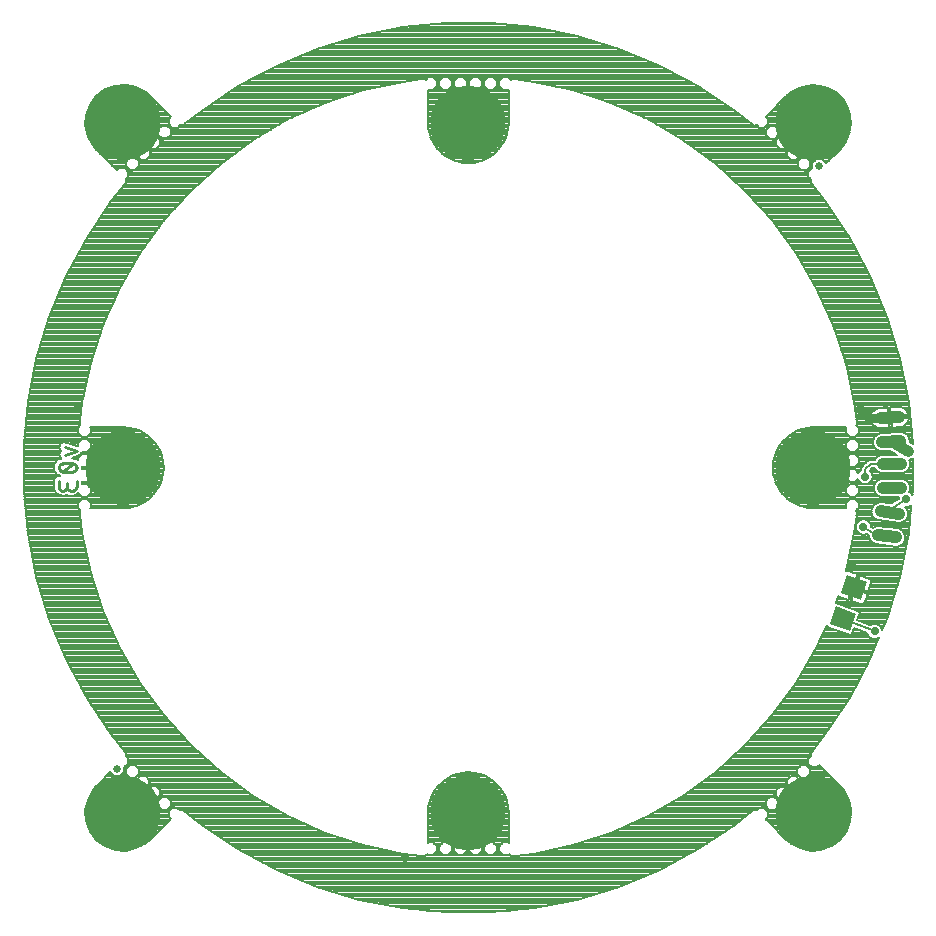
<source format=gbl>
G75*
%MOIN*%
%OFA0B0*%
%FSLAX25Y25*%
%IPPOS*%
%LPD*%
%AMOC8*
5,1,8,0,0,1.08239X$1,22.5*
%
%ADD10C,0.01100*%
%ADD11C,0.04000*%
%ADD12C,0.25000*%
%ADD13R,0.06299X0.07087*%
%ADD14C,0.02500*%
%ADD15C,0.02900*%
%ADD16C,0.03000*%
%ADD17C,0.00800*%
%ADD18C,0.00700*%
%ADD19C,0.03500*%
D10*
X0039383Y0385018D02*
X0039383Y0386985D01*
X0039383Y0385018D02*
X0039385Y0384947D01*
X0039391Y0384876D01*
X0039400Y0384806D01*
X0039414Y0384736D01*
X0039431Y0384667D01*
X0039452Y0384599D01*
X0039476Y0384533D01*
X0039504Y0384468D01*
X0039536Y0384404D01*
X0039571Y0384342D01*
X0039609Y0384282D01*
X0039650Y0384225D01*
X0039695Y0384169D01*
X0039742Y0384116D01*
X0039792Y0384066D01*
X0039845Y0384019D01*
X0039901Y0383974D01*
X0039958Y0383933D01*
X0040018Y0383895D01*
X0040080Y0383860D01*
X0040144Y0383828D01*
X0040209Y0383800D01*
X0040275Y0383776D01*
X0040343Y0383755D01*
X0040412Y0383738D01*
X0040482Y0383724D01*
X0040552Y0383715D01*
X0040623Y0383709D01*
X0040694Y0383707D01*
X0040765Y0383709D01*
X0040836Y0383715D01*
X0040906Y0383724D01*
X0040976Y0383738D01*
X0041045Y0383755D01*
X0041113Y0383776D01*
X0041179Y0383800D01*
X0041244Y0383828D01*
X0041308Y0383860D01*
X0041370Y0383895D01*
X0041430Y0383933D01*
X0041487Y0383974D01*
X0041543Y0384019D01*
X0041596Y0384066D01*
X0041646Y0384116D01*
X0041693Y0384169D01*
X0041738Y0384225D01*
X0041779Y0384282D01*
X0041817Y0384342D01*
X0041852Y0384404D01*
X0041884Y0384468D01*
X0041912Y0384533D01*
X0041936Y0384599D01*
X0041957Y0384667D01*
X0041974Y0384736D01*
X0041988Y0384806D01*
X0041997Y0384876D01*
X0042003Y0384947D01*
X0042005Y0385018D01*
X0042006Y0385018D02*
X0042006Y0386330D01*
X0042005Y0385346D02*
X0042007Y0385267D01*
X0042013Y0385188D01*
X0042022Y0385109D01*
X0042036Y0385031D01*
X0042053Y0384954D01*
X0042073Y0384877D01*
X0042098Y0384802D01*
X0042126Y0384728D01*
X0042158Y0384655D01*
X0042193Y0384584D01*
X0042231Y0384515D01*
X0042273Y0384448D01*
X0042318Y0384383D01*
X0042366Y0384320D01*
X0042417Y0384259D01*
X0042471Y0384201D01*
X0042528Y0384146D01*
X0042587Y0384093D01*
X0042649Y0384044D01*
X0042713Y0383997D01*
X0042779Y0383954D01*
X0042847Y0383914D01*
X0042918Y0383877D01*
X0042989Y0383843D01*
X0043063Y0383814D01*
X0043138Y0383787D01*
X0043213Y0383765D01*
X0043290Y0383746D01*
X0043368Y0383730D01*
X0043446Y0383719D01*
X0043525Y0383711D01*
X0043604Y0383707D01*
X0043684Y0383707D01*
X0043763Y0383711D01*
X0043842Y0383719D01*
X0043920Y0383730D01*
X0043998Y0383746D01*
X0044075Y0383765D01*
X0044150Y0383787D01*
X0044225Y0383814D01*
X0044299Y0383843D01*
X0044370Y0383877D01*
X0044441Y0383914D01*
X0044509Y0383954D01*
X0044575Y0383997D01*
X0044639Y0384044D01*
X0044701Y0384093D01*
X0044760Y0384146D01*
X0044817Y0384201D01*
X0044871Y0384259D01*
X0044922Y0384320D01*
X0044970Y0384383D01*
X0045015Y0384448D01*
X0045057Y0384515D01*
X0045095Y0384584D01*
X0045130Y0384655D01*
X0045162Y0384728D01*
X0045190Y0384802D01*
X0045215Y0384877D01*
X0045235Y0384954D01*
X0045252Y0385031D01*
X0045266Y0385109D01*
X0045275Y0385188D01*
X0045281Y0385267D01*
X0045283Y0385346D01*
X0045283Y0386985D01*
X0044464Y0392647D02*
X0044339Y0392706D01*
X0044212Y0392761D01*
X0044085Y0392813D01*
X0043955Y0392860D01*
X0043825Y0392905D01*
X0043693Y0392945D01*
X0043560Y0392982D01*
X0043426Y0393014D01*
X0043292Y0393044D01*
X0043156Y0393069D01*
X0043020Y0393090D01*
X0042883Y0393108D01*
X0042746Y0393121D01*
X0042609Y0393131D01*
X0042471Y0393137D01*
X0042333Y0393139D01*
X0042333Y0389861D02*
X0042195Y0389863D01*
X0042057Y0389869D01*
X0041920Y0389879D01*
X0041783Y0389892D01*
X0041646Y0389910D01*
X0041510Y0389931D01*
X0041374Y0389956D01*
X0041240Y0389986D01*
X0041106Y0390018D01*
X0040973Y0390055D01*
X0040841Y0390095D01*
X0040711Y0390140D01*
X0040581Y0390187D01*
X0040454Y0390239D01*
X0040327Y0390294D01*
X0040202Y0390353D01*
X0040694Y0390189D02*
X0043972Y0392811D01*
X0045284Y0391500D02*
X0045282Y0391432D01*
X0045276Y0391363D01*
X0045267Y0391296D01*
X0045253Y0391229D01*
X0045236Y0391163D01*
X0045215Y0391097D01*
X0045191Y0391034D01*
X0045163Y0390971D01*
X0045131Y0390911D01*
X0045096Y0390852D01*
X0045058Y0390795D01*
X0045017Y0390740D01*
X0044972Y0390688D01*
X0044925Y0390639D01*
X0044875Y0390592D01*
X0044823Y0390548D01*
X0044768Y0390507D01*
X0044711Y0390470D01*
X0044652Y0390435D01*
X0044591Y0390404D01*
X0044528Y0390377D01*
X0044464Y0390353D01*
X0045284Y0391500D02*
X0045282Y0391568D01*
X0045276Y0391637D01*
X0045267Y0391704D01*
X0045253Y0391771D01*
X0045236Y0391837D01*
X0045215Y0391903D01*
X0045191Y0391966D01*
X0045163Y0392029D01*
X0045131Y0392089D01*
X0045096Y0392148D01*
X0045058Y0392205D01*
X0045017Y0392260D01*
X0044972Y0392312D01*
X0044925Y0392361D01*
X0044875Y0392408D01*
X0044823Y0392452D01*
X0044768Y0392493D01*
X0044711Y0392530D01*
X0044652Y0392565D01*
X0044591Y0392596D01*
X0044528Y0392623D01*
X0044464Y0392647D01*
X0044464Y0390354D02*
X0044339Y0390295D01*
X0044212Y0390240D01*
X0044085Y0390188D01*
X0043955Y0390141D01*
X0043825Y0390096D01*
X0043693Y0390056D01*
X0043560Y0390019D01*
X0043426Y0389987D01*
X0043292Y0389957D01*
X0043156Y0389932D01*
X0043020Y0389911D01*
X0042883Y0389893D01*
X0042746Y0389880D01*
X0042609Y0389870D01*
X0042471Y0389864D01*
X0042333Y0389862D01*
X0042333Y0393139D02*
X0042195Y0393137D01*
X0042057Y0393131D01*
X0041920Y0393121D01*
X0041783Y0393108D01*
X0041646Y0393090D01*
X0041510Y0393069D01*
X0041374Y0393044D01*
X0041240Y0393014D01*
X0041106Y0392982D01*
X0040973Y0392945D01*
X0040841Y0392905D01*
X0040711Y0392860D01*
X0040581Y0392813D01*
X0040454Y0392761D01*
X0040327Y0392706D01*
X0040202Y0392647D01*
X0040203Y0392647D02*
X0040139Y0392623D01*
X0040076Y0392596D01*
X0040015Y0392565D01*
X0039956Y0392530D01*
X0039899Y0392493D01*
X0039844Y0392452D01*
X0039792Y0392408D01*
X0039742Y0392361D01*
X0039695Y0392312D01*
X0039650Y0392260D01*
X0039609Y0392205D01*
X0039571Y0392148D01*
X0039536Y0392089D01*
X0039504Y0392029D01*
X0039476Y0391966D01*
X0039452Y0391903D01*
X0039431Y0391837D01*
X0039414Y0391771D01*
X0039400Y0391704D01*
X0039391Y0391637D01*
X0039385Y0391568D01*
X0039383Y0391500D01*
X0039385Y0391432D01*
X0039391Y0391363D01*
X0039400Y0391296D01*
X0039414Y0391229D01*
X0039431Y0391163D01*
X0039452Y0391097D01*
X0039476Y0391034D01*
X0039504Y0390971D01*
X0039536Y0390911D01*
X0039571Y0390852D01*
X0039609Y0390795D01*
X0039650Y0390740D01*
X0039695Y0390688D01*
X0039742Y0390639D01*
X0039792Y0390592D01*
X0039844Y0390548D01*
X0039899Y0390507D01*
X0039956Y0390470D01*
X0040015Y0390435D01*
X0040076Y0390404D01*
X0040139Y0390377D01*
X0040203Y0390353D01*
X0041350Y0395728D02*
X0045283Y0397039D01*
X0041350Y0398350D01*
D11*
X0313338Y0407954D02*
X0319326Y0408330D01*
X0319828Y0400346D02*
X0313840Y0399970D01*
X0314083Y0392700D02*
X0320083Y0392700D01*
X0320083Y0384700D02*
X0314083Y0384700D01*
X0313394Y0376835D02*
X0319348Y0376105D01*
X0318373Y0368165D02*
X0312419Y0368895D01*
D12*
X0290833Y0391400D03*
X0290833Y0506400D03*
X0175833Y0506400D03*
X0060833Y0506400D03*
X0060833Y0391400D03*
X0060833Y0276400D03*
X0175833Y0276400D03*
X0290833Y0276400D03*
D13*
G36*
X0305104Y0342818D02*
X0302950Y0336901D01*
X0296292Y0339324D01*
X0298446Y0345241D01*
X0305104Y0342818D01*
G37*
G36*
X0308874Y0353176D02*
X0306720Y0347259D01*
X0300062Y0349682D01*
X0302216Y0355599D01*
X0308874Y0353176D01*
G37*
D14*
X0292833Y0491900D03*
X0058833Y0290900D03*
D15*
X0045833Y0411900D03*
X0154833Y0261400D03*
X0303833Y0359400D03*
X0307583Y0371650D03*
X0316833Y0384450D03*
X0321833Y0380900D03*
X0322333Y0396900D03*
X0308083Y0388400D03*
X0306333Y0410900D03*
X0311333Y0336900D03*
X0195333Y0521400D03*
D16*
X0306333Y0410900D02*
X0309333Y0407900D01*
X0316332Y0408142D01*
D17*
X0168509Y0243156D02*
X0153932Y0244597D01*
X0139566Y0247464D01*
X0125553Y0251729D01*
X0112026Y0257351D01*
X0099118Y0264277D01*
X0086954Y0272438D01*
X0081233Y0276922D01*
X0080855Y0277300D01*
X0080772Y0277300D01*
X0080708Y0277353D01*
X0080161Y0277300D01*
X0079732Y0277300D01*
X0078921Y0278111D01*
X0077581Y0278111D01*
X0076615Y0279004D01*
X0076615Y0280416D01*
X0075385Y0281646D01*
X0073756Y0281646D01*
X0073080Y0282272D01*
X0073080Y0283952D01*
X0071850Y0285182D01*
X0070110Y0285182D01*
X0068880Y0283952D01*
X0068880Y0282212D01*
X0070110Y0280982D01*
X0071850Y0280982D01*
X0073080Y0282212D01*
X0073080Y0283154D01*
X0074587Y0281646D01*
X0073645Y0281646D01*
X0072415Y0280416D01*
X0072415Y0278677D01*
X0073645Y0277446D01*
X0075385Y0277446D01*
X0076615Y0278677D01*
X0076615Y0279618D01*
X0078122Y0278111D01*
X0077181Y0278111D01*
X0075951Y0276881D01*
X0075951Y0275141D01*
X0076702Y0274390D01*
X0069773Y0267461D01*
X0068409Y0266279D01*
X0065251Y0264555D01*
X0061735Y0263790D01*
X0058146Y0264047D01*
X0054775Y0265304D01*
X0051894Y0267461D01*
X0049738Y0270341D01*
X0048480Y0273713D01*
X0048223Y0277302D01*
X0048988Y0280818D01*
X0050713Y0283976D01*
X0051894Y0285339D01*
X0052333Y0285779D01*
X0056483Y0289929D01*
X0056483Y0289927D01*
X0057860Y0288550D01*
X0059807Y0288550D01*
X0061183Y0289927D01*
X0061183Y0291589D01*
X0061243Y0291589D01*
X0062473Y0292819D01*
X0062473Y0293760D01*
X0063980Y0292253D01*
X0063039Y0292253D01*
X0061809Y0291023D01*
X0061809Y0289283D01*
X0063039Y0288053D01*
X0064779Y0288053D01*
X0066009Y0289283D01*
X0066009Y0290225D01*
X0067516Y0288717D01*
X0066574Y0288717D01*
X0065344Y0287487D01*
X0065344Y0285748D01*
X0066574Y0284518D01*
X0068314Y0284518D01*
X0069544Y0285748D01*
X0069544Y0286689D01*
X0071051Y0285182D01*
X0070110Y0285182D01*
X0070024Y0285096D01*
X0069767Y0285334D01*
X0069461Y0285665D01*
X0069544Y0285748D01*
X0069544Y0287487D01*
X0068314Y0288717D01*
X0066640Y0288717D01*
X0066009Y0289400D01*
X0066009Y0291023D01*
X0064779Y0292253D01*
X0063371Y0292253D01*
X0062473Y0293225D01*
X0062473Y0294558D01*
X0061733Y0295298D01*
X0061733Y0295728D01*
X0061786Y0296275D01*
X0061733Y0296339D01*
X0061733Y0296421D01*
X0061355Y0296799D01*
X0056871Y0302520D01*
X0048710Y0314685D01*
X0041785Y0327593D01*
X0036162Y0341119D01*
X0031897Y0355133D01*
X0029030Y0369498D01*
X0027590Y0384076D01*
X0027590Y0398724D01*
X0029030Y0413302D01*
X0031897Y0427667D01*
X0036162Y0441681D01*
X0041785Y0455207D01*
X0048710Y0468115D01*
X0056871Y0480280D01*
X0061355Y0486001D01*
X0061733Y0486379D01*
X0061733Y0486461D01*
X0061786Y0486525D01*
X0061733Y0487072D01*
X0061733Y0487502D01*
X0062544Y0488313D01*
X0062544Y0489652D01*
X0063437Y0490618D01*
X0064850Y0490618D01*
X0066080Y0491848D01*
X0066080Y0493477D01*
X0066705Y0494154D01*
X0068385Y0494154D01*
X0069615Y0495384D01*
X0069615Y0497123D01*
X0068385Y0498354D01*
X0066645Y0498354D01*
X0065415Y0497123D01*
X0065415Y0495384D01*
X0066645Y0494154D01*
X0067587Y0494154D01*
X0066080Y0492646D01*
X0066080Y0493588D01*
X0064850Y0494818D01*
X0063110Y0494818D01*
X0061880Y0493588D01*
X0061880Y0491848D01*
X0063110Y0490618D01*
X0064051Y0490618D01*
X0062544Y0489111D01*
X0062544Y0490052D01*
X0061314Y0491282D01*
X0059574Y0491282D01*
X0058823Y0490531D01*
X0052333Y0497021D01*
X0051894Y0497461D01*
X0050713Y0498824D01*
X0048988Y0501982D01*
X0048223Y0505498D01*
X0048480Y0509087D01*
X0049738Y0512459D01*
X0051894Y0515339D01*
X0054775Y0517496D01*
X0058146Y0518753D01*
X0061735Y0519010D01*
X0065251Y0518245D01*
X0068409Y0516521D01*
X0069773Y0515339D01*
X0076702Y0508410D01*
X0076022Y0507730D01*
X0076022Y0505990D01*
X0077252Y0504760D01*
X0078193Y0504760D01*
X0076686Y0503253D01*
X0076686Y0504194D01*
X0075456Y0505425D01*
X0073717Y0505425D01*
X0072486Y0504194D01*
X0072486Y0502455D01*
X0073717Y0501225D01*
X0074658Y0501225D01*
X0073151Y0499717D01*
X0073151Y0500659D01*
X0071921Y0501889D01*
X0070181Y0501889D01*
X0068951Y0500659D01*
X0068951Y0498919D01*
X0070181Y0497689D01*
X0071122Y0497689D01*
X0069615Y0496182D01*
X0069615Y0497123D01*
X0069530Y0497209D01*
X0069767Y0497466D01*
X0070098Y0497772D01*
X0070181Y0497689D01*
X0071921Y0497689D01*
X0073151Y0498919D01*
X0073151Y0500594D01*
X0073833Y0501225D01*
X0075456Y0501225D01*
X0076686Y0502455D01*
X0076686Y0503862D01*
X0077658Y0504760D01*
X0078992Y0504760D01*
X0079732Y0505500D01*
X0080161Y0505500D01*
X0080708Y0505447D01*
X0080772Y0505500D01*
X0080855Y0505500D01*
X0081233Y0505878D01*
X0086954Y0510362D01*
X0099118Y0518523D01*
X0112026Y0525449D01*
X0125553Y0531071D01*
X0139566Y0535336D01*
X0153932Y0538203D01*
X0168509Y0539644D01*
X0183158Y0539644D01*
X0197735Y0538203D01*
X0212100Y0535336D01*
X0226114Y0531071D01*
X0239640Y0525449D01*
X0252548Y0518523D01*
X0264713Y0510362D01*
X0270434Y0505878D01*
X0270812Y0505500D01*
X0270895Y0505500D01*
X0270959Y0505447D01*
X0271505Y0505500D01*
X0271935Y0505500D01*
X0272746Y0504689D01*
X0274085Y0504689D01*
X0275051Y0503796D01*
X0275051Y0502384D01*
X0276281Y0501154D01*
X0277910Y0501154D01*
X0278587Y0500528D01*
X0278587Y0498848D01*
X0279817Y0497618D01*
X0281557Y0497618D01*
X0282787Y0498848D01*
X0282787Y0500588D01*
X0281557Y0501818D01*
X0279817Y0501818D01*
X0278587Y0500588D01*
X0278587Y0499646D01*
X0277080Y0501154D01*
X0278021Y0501154D01*
X0279251Y0502384D01*
X0279251Y0504123D01*
X0278021Y0505354D01*
X0276281Y0505354D01*
X0275051Y0504123D01*
X0275051Y0503182D01*
X0273544Y0504689D01*
X0274486Y0504689D01*
X0275716Y0505919D01*
X0275716Y0507659D01*
X0274965Y0508410D01*
X0281455Y0514900D01*
X0281894Y0515339D01*
X0283402Y0516628D01*
X0286927Y0518423D01*
X0290833Y0519042D01*
X0294740Y0518423D01*
X0298264Y0516628D01*
X0301061Y0513831D01*
X0302857Y0510307D01*
X0303475Y0506400D01*
X0302857Y0502493D01*
X0301061Y0498969D01*
X0299773Y0497461D01*
X0299333Y0497021D01*
X0295183Y0492871D01*
X0295183Y0492873D01*
X0293807Y0494250D01*
X0291860Y0494250D01*
X0290483Y0492873D01*
X0290483Y0491211D01*
X0290424Y0491211D01*
X0289193Y0489981D01*
X0289193Y0489040D01*
X0287686Y0490547D01*
X0288628Y0490547D01*
X0289858Y0491777D01*
X0289858Y0493517D01*
X0288628Y0494747D01*
X0286888Y0494747D01*
X0285658Y0493517D01*
X0285658Y0492575D01*
X0284151Y0494082D01*
X0285092Y0494082D01*
X0286322Y0495313D01*
X0286322Y0497052D01*
X0285092Y0498282D01*
X0283353Y0498282D01*
X0282122Y0497052D01*
X0282122Y0496111D01*
X0280615Y0497618D01*
X0281557Y0497618D01*
X0281642Y0497704D01*
X0281899Y0497466D01*
X0282205Y0497135D01*
X0282122Y0497052D01*
X0282122Y0495313D01*
X0283353Y0494082D01*
X0285027Y0494082D01*
X0285658Y0493400D01*
X0285658Y0491777D01*
X0286888Y0490547D01*
X0288295Y0490547D01*
X0289193Y0489575D01*
X0289193Y0488242D01*
X0289933Y0487502D01*
X0289933Y0487072D01*
X0289881Y0486525D01*
X0289933Y0486461D01*
X0289933Y0486379D01*
X0290311Y0486001D01*
X0294795Y0480280D01*
X0294796Y0480280D01*
X0302957Y0468115D01*
X0309882Y0455207D01*
X0315504Y0441681D01*
X0319770Y0427667D01*
X0322637Y0413302D01*
X0324029Y0399208D01*
X0322937Y0399855D01*
X0322961Y0399925D01*
X0322884Y0401156D01*
X0322341Y0402264D01*
X0321416Y0403079D01*
X0320249Y0403479D01*
X0313030Y0403025D01*
X0311923Y0402482D01*
X0311107Y0401557D01*
X0310708Y0400390D01*
X0310785Y0399159D01*
X0311328Y0398052D01*
X0312253Y0397236D01*
X0313420Y0396837D01*
X0316519Y0397032D01*
X0318599Y0395800D01*
X0313467Y0395800D01*
X0312327Y0395328D01*
X0311455Y0394456D01*
X0311329Y0394150D01*
X0309333Y0394150D01*
X0308483Y0393301D01*
X0306633Y0391451D01*
X0306633Y0390556D01*
X0305922Y0389844D01*
X0305903Y0389800D01*
X0304703Y0391000D01*
X0302963Y0391000D01*
X0301733Y0389770D01*
X0301733Y0388030D01*
X0302963Y0386800D01*
X0304703Y0386800D01*
X0305610Y0387707D01*
X0305922Y0386956D01*
X0306639Y0386238D01*
X0307576Y0385850D01*
X0308591Y0385850D01*
X0309528Y0386238D01*
X0310245Y0386956D01*
X0310633Y0387893D01*
X0310633Y0388907D01*
X0310245Y0389844D01*
X0309687Y0390403D01*
X0310534Y0391250D01*
X0311329Y0391250D01*
X0311455Y0390944D01*
X0312327Y0390072D01*
X0313467Y0389600D01*
X0320700Y0389600D01*
X0321839Y0390072D01*
X0322711Y0390944D01*
X0323183Y0392083D01*
X0323183Y0393317D01*
X0322862Y0394093D01*
X0323589Y0394280D01*
X0324077Y0394645D01*
X0324077Y0384076D01*
X0323914Y0382426D01*
X0323278Y0383062D01*
X0322836Y0383245D01*
X0323183Y0384083D01*
X0323183Y0385317D01*
X0322711Y0386456D01*
X0321839Y0387328D01*
X0320700Y0387800D01*
X0313467Y0387800D01*
X0312327Y0387328D01*
X0311455Y0386456D01*
X0310983Y0385317D01*
X0310983Y0384083D01*
X0311455Y0382944D01*
X0312327Y0382072D01*
X0313467Y0381600D01*
X0319363Y0381600D01*
X0319283Y0381407D01*
X0319283Y0381016D01*
X0316903Y0379528D01*
X0313159Y0379988D01*
X0311971Y0379658D01*
X0310999Y0378899D01*
X0310391Y0377826D01*
X0310241Y0376602D01*
X0310571Y0375413D01*
X0311330Y0374441D01*
X0312403Y0373834D01*
X0319583Y0372953D01*
X0320771Y0373282D01*
X0321743Y0374041D01*
X0322350Y0375115D01*
X0322500Y0376339D01*
X0322171Y0377527D01*
X0321528Y0378350D01*
X0322341Y0378350D01*
X0323278Y0378738D01*
X0323579Y0379040D01*
X0322637Y0369498D01*
X0319770Y0355133D01*
X0315504Y0341119D01*
X0313883Y0337219D01*
X0313883Y0337407D01*
X0313495Y0338344D01*
X0312778Y0339062D01*
X0311841Y0339450D01*
X0310826Y0339450D01*
X0309889Y0339062D01*
X0309862Y0339035D01*
X0305518Y0340738D01*
X0306295Y0342870D01*
X0305909Y0343696D01*
X0298394Y0346432D01*
X0298349Y0346411D01*
X0299094Y0348657D01*
X0299108Y0348641D01*
X0299410Y0348429D01*
X0302537Y0347291D01*
X0303956Y0351190D01*
X0304708Y0350917D01*
X0304981Y0351668D01*
X0309250Y0350115D01*
X0310254Y0352872D01*
X0310286Y0353239D01*
X0310222Y0353602D01*
X0310066Y0353936D01*
X0309829Y0354218D01*
X0309527Y0354430D01*
X0306400Y0355568D01*
X0304981Y0351669D01*
X0304229Y0351942D01*
X0305649Y0355841D01*
X0302522Y0356980D01*
X0302155Y0357012D01*
X0301791Y0356948D01*
X0301785Y0356945D01*
X0304563Y0369555D01*
X0304563Y0369555D01*
X0305264Y0375710D01*
X0305333Y0375779D01*
X0305333Y0376315D01*
X0305394Y0376848D01*
X0305333Y0376924D01*
X0305333Y0377021D01*
X0305129Y0377226D01*
X0305933Y0378030D01*
X0305933Y0379770D01*
X0304703Y0381000D01*
X0302963Y0381000D01*
X0301733Y0379770D01*
X0301733Y0378030D01*
X0301863Y0377900D01*
X0290833Y0377900D01*
X0289071Y0378015D01*
X0285667Y0378928D01*
X0282615Y0380690D01*
X0280123Y0383182D01*
X0278361Y0386234D01*
X0277449Y0389638D01*
X0277333Y0391400D01*
X0277449Y0393162D01*
X0278361Y0396566D01*
X0280123Y0399618D01*
X0282615Y0402110D01*
X0285667Y0403872D01*
X0289071Y0404785D01*
X0290833Y0404900D01*
X0301863Y0404900D01*
X0301733Y0404770D01*
X0301733Y0403030D01*
X0302963Y0401800D01*
X0304703Y0401800D01*
X0305933Y0403030D01*
X0305933Y0404770D01*
X0305129Y0405574D01*
X0305333Y0405779D01*
X0305333Y0405876D01*
X0305394Y0405952D01*
X0305333Y0406485D01*
X0305333Y0407021D01*
X0305264Y0407090D01*
X0304563Y0413245D01*
X0301673Y0426366D01*
X0297444Y0439119D01*
X0291921Y0451368D01*
X0285164Y0462981D01*
X0285164Y0462981D01*
X0277245Y0473835D01*
X0277245Y0473835D01*
X0268247Y0483814D01*
X0258269Y0492811D01*
X0247415Y0500731D01*
X0247414Y0500731D01*
X0235801Y0507488D01*
X0223553Y0513010D01*
X0210799Y0517239D01*
X0197678Y0520130D01*
X0191524Y0520831D01*
X0191455Y0520900D01*
X0190918Y0520900D01*
X0190386Y0520961D01*
X0190310Y0520900D01*
X0190212Y0520900D01*
X0190008Y0520696D01*
X0189203Y0521500D01*
X0187463Y0521500D01*
X0186233Y0520270D01*
X0186233Y0518530D01*
X0187463Y0517300D01*
X0189203Y0517300D01*
X0189333Y0517430D01*
X0189333Y0506400D01*
X0189218Y0504638D01*
X0188306Y0501234D01*
X0186544Y0498182D01*
X0184052Y0495690D01*
X0181000Y0493928D01*
X0177595Y0493015D01*
X0175833Y0492900D01*
X0174071Y0493015D01*
X0170667Y0493928D01*
X0167615Y0495690D01*
X0165123Y0498182D01*
X0163361Y0501234D01*
X0162449Y0504638D01*
X0162333Y0506400D01*
X0162333Y0517430D01*
X0162463Y0517300D01*
X0164203Y0517300D01*
X0165433Y0518530D01*
X0165433Y0520270D01*
X0164203Y0521500D01*
X0162463Y0521500D01*
X0161659Y0520696D01*
X0161455Y0520900D01*
X0161357Y0520900D01*
X0161281Y0520961D01*
X0160748Y0520900D01*
X0160212Y0520900D01*
X0160143Y0520831D01*
X0153989Y0520130D01*
X0153989Y0520130D01*
X0140867Y0517239D01*
X0128114Y0513010D01*
X0115865Y0507488D01*
X0104252Y0500731D01*
X0104252Y0500731D01*
X0093398Y0492811D01*
X0083419Y0483814D01*
X0074422Y0473835D01*
X0066503Y0462981D01*
X0059746Y0451368D01*
X0054223Y0439119D01*
X0049994Y0426366D01*
X0047103Y0413245D01*
X0046402Y0407090D01*
X0046333Y0407021D01*
X0046333Y0406485D01*
X0046273Y0405952D01*
X0046333Y0405876D01*
X0046333Y0405779D01*
X0046538Y0405574D01*
X0045733Y0404770D01*
X0045733Y0403030D01*
X0046963Y0401800D01*
X0048703Y0401800D01*
X0049933Y0403030D01*
X0049933Y0404770D01*
X0049803Y0404900D01*
X0060833Y0404900D01*
X0062595Y0404785D01*
X0066000Y0403872D01*
X0069052Y0402110D01*
X0071544Y0399618D01*
X0073306Y0396566D01*
X0074218Y0393162D01*
X0074333Y0391400D01*
X0074218Y0389638D01*
X0073306Y0386234D01*
X0071544Y0383182D01*
X0069052Y0380690D01*
X0066000Y0378928D01*
X0062595Y0378015D01*
X0060833Y0377900D01*
X0049803Y0377900D01*
X0049933Y0378030D01*
X0049933Y0379770D01*
X0048703Y0381000D01*
X0046963Y0381000D01*
X0045733Y0379770D01*
X0045733Y0378030D01*
X0046538Y0377226D01*
X0046333Y0377021D01*
X0046333Y0376924D01*
X0046273Y0376848D01*
X0046333Y0376315D01*
X0046333Y0375779D01*
X0046402Y0375710D01*
X0047103Y0369555D01*
X0049994Y0356434D01*
X0049994Y0356434D01*
X0054223Y0343681D01*
X0054223Y0343681D01*
X0059746Y0331432D01*
X0066503Y0319819D01*
X0074422Y0308965D01*
X0074422Y0308965D01*
X0083419Y0298986D01*
X0083419Y0298986D01*
X0083419Y0298986D01*
X0093398Y0289989D01*
X0093398Y0289989D01*
X0104252Y0282069D01*
X0115865Y0275312D01*
X0128114Y0269790D01*
X0140867Y0265561D01*
X0153989Y0262670D01*
X0160143Y0261969D01*
X0160212Y0261900D01*
X0160748Y0261900D01*
X0161281Y0261839D01*
X0161357Y0261900D01*
X0161455Y0261900D01*
X0161834Y0262279D01*
X0162196Y0262567D01*
X0162463Y0262300D01*
X0164203Y0262300D01*
X0165433Y0263530D01*
X0165433Y0265270D01*
X0164203Y0266500D01*
X0162463Y0266500D01*
X0162333Y0266370D01*
X0162333Y0276400D01*
X0162449Y0278162D01*
X0163361Y0281566D01*
X0165123Y0284618D01*
X0167615Y0287110D01*
X0170667Y0288872D01*
X0174071Y0289785D01*
X0175833Y0289900D01*
X0175833Y0289900D01*
X0177595Y0289785D01*
X0181000Y0288872D01*
X0184052Y0287110D01*
X0186544Y0284618D01*
X0188306Y0281566D01*
X0189218Y0278162D01*
X0189333Y0276400D01*
X0189333Y0266370D01*
X0189203Y0266500D01*
X0187463Y0266500D01*
X0186233Y0265270D01*
X0186233Y0263530D01*
X0187463Y0262300D01*
X0189203Y0262300D01*
X0189471Y0262567D01*
X0189833Y0262279D01*
X0190212Y0261900D01*
X0190310Y0261900D01*
X0190386Y0261839D01*
X0190918Y0261900D01*
X0191455Y0261900D01*
X0191524Y0261969D01*
X0197678Y0262670D01*
X0210799Y0265561D01*
X0223553Y0269790D01*
X0235801Y0275312D01*
X0235801Y0275312D01*
X0247414Y0282069D01*
X0247415Y0282069D01*
X0258269Y0289989D01*
X0268247Y0298986D01*
X0268247Y0298986D01*
X0277245Y0308965D01*
X0285164Y0319819D01*
X0291921Y0331432D01*
X0291921Y0331432D01*
X0295282Y0338886D01*
X0295487Y0338445D01*
X0303002Y0335710D01*
X0303828Y0336095D01*
X0304526Y0338012D01*
X0308808Y0336333D01*
X0309172Y0335456D01*
X0309889Y0334738D01*
X0310826Y0334350D01*
X0311841Y0334350D01*
X0312778Y0334738D01*
X0312905Y0334865D01*
X0309882Y0327593D01*
X0302957Y0314685D01*
X0294795Y0302520D01*
X0290311Y0296799D01*
X0289933Y0296421D01*
X0289933Y0296339D01*
X0289881Y0296275D01*
X0289933Y0295728D01*
X0289933Y0295298D01*
X0289122Y0294487D01*
X0289122Y0293148D01*
X0288230Y0292182D01*
X0286817Y0292182D01*
X0285587Y0290952D01*
X0285587Y0289323D01*
X0284961Y0288646D01*
X0283281Y0288646D01*
X0282051Y0287416D01*
X0282051Y0285677D01*
X0283281Y0284446D01*
X0285021Y0284446D01*
X0286251Y0285677D01*
X0286251Y0287416D01*
X0285021Y0288646D01*
X0284080Y0288646D01*
X0285587Y0290154D01*
X0285587Y0289212D01*
X0286817Y0287982D01*
X0288557Y0287982D01*
X0289787Y0289212D01*
X0289787Y0290952D01*
X0288557Y0292182D01*
X0287615Y0292182D01*
X0289122Y0293689D01*
X0289122Y0292748D01*
X0290353Y0291518D01*
X0292092Y0291518D01*
X0292843Y0292269D01*
X0299333Y0285779D01*
X0299333Y0285779D01*
X0299773Y0285339D01*
X0300954Y0283976D01*
X0302678Y0280818D01*
X0303443Y0277302D01*
X0303187Y0273713D01*
X0301929Y0270341D01*
X0299773Y0267461D01*
X0296892Y0265304D01*
X0293521Y0264047D01*
X0289931Y0263790D01*
X0286415Y0264555D01*
X0283257Y0266279D01*
X0281894Y0267461D01*
X0274965Y0274390D01*
X0275645Y0275070D01*
X0275645Y0276810D01*
X0274415Y0278040D01*
X0273473Y0278040D01*
X0274980Y0279547D01*
X0274980Y0278606D01*
X0276210Y0277375D01*
X0277950Y0277375D01*
X0279180Y0278606D01*
X0279180Y0280345D01*
X0277950Y0281575D01*
X0277009Y0281575D01*
X0278516Y0283082D01*
X0278516Y0282141D01*
X0279746Y0280911D01*
X0281486Y0280911D01*
X0282716Y0282141D01*
X0282716Y0283881D01*
X0281486Y0285111D01*
X0280544Y0285111D01*
X0282051Y0286618D01*
X0282051Y0285677D01*
X0282137Y0285591D01*
X0281899Y0285334D01*
X0281568Y0285028D01*
X0281486Y0285111D01*
X0279746Y0285111D01*
X0278516Y0283881D01*
X0278516Y0282206D01*
X0277833Y0281575D01*
X0276210Y0281575D01*
X0274980Y0280345D01*
X0274980Y0278938D01*
X0274009Y0278040D01*
X0272675Y0278040D01*
X0271935Y0277300D01*
X0271505Y0277300D01*
X0270959Y0277353D01*
X0270895Y0277300D01*
X0270812Y0277300D01*
X0270434Y0276922D01*
X0264713Y0272438D01*
X0252548Y0264277D01*
X0239640Y0257351D01*
X0226114Y0251729D01*
X0212100Y0247464D01*
X0197735Y0244597D01*
X0183158Y0243156D01*
X0168509Y0243156D01*
X0162041Y0243796D02*
X0189626Y0243796D01*
X0197707Y0244594D02*
X0153960Y0244594D01*
X0149944Y0245393D02*
X0201723Y0245393D01*
X0205724Y0246191D02*
X0145943Y0246191D01*
X0141941Y0246990D02*
X0209725Y0246990D01*
X0213167Y0247788D02*
X0138500Y0247788D01*
X0135877Y0248587D02*
X0215790Y0248587D01*
X0218414Y0249385D02*
X0133253Y0249385D01*
X0130630Y0250184D02*
X0221037Y0250184D01*
X0223661Y0250982D02*
X0128006Y0250982D01*
X0125428Y0251781D02*
X0226239Y0251781D01*
X0228160Y0252579D02*
X0123507Y0252579D01*
X0121586Y0253378D02*
X0230081Y0253378D01*
X0232002Y0254176D02*
X0119665Y0254176D01*
X0117744Y0254975D02*
X0233923Y0254975D01*
X0235844Y0255773D02*
X0115823Y0255773D01*
X0113902Y0256572D02*
X0237765Y0256572D01*
X0239675Y0257370D02*
X0111991Y0257370D01*
X0110503Y0258169D02*
X0241164Y0258169D01*
X0242652Y0258967D02*
X0109015Y0258967D01*
X0107526Y0259766D02*
X0244140Y0259766D01*
X0245629Y0260564D02*
X0106038Y0260564D01*
X0104550Y0261363D02*
X0247117Y0261363D01*
X0248605Y0262161D02*
X0193212Y0262161D01*
X0189951Y0262161D02*
X0161716Y0262161D01*
X0164863Y0262960D02*
X0166804Y0262960D01*
X0166233Y0263530D02*
X0167463Y0262300D01*
X0169203Y0262300D01*
X0170433Y0263530D01*
X0170433Y0265270D01*
X0169203Y0266500D01*
X0167463Y0266500D01*
X0166233Y0265270D01*
X0166233Y0263530D01*
X0166233Y0263758D02*
X0165433Y0263758D01*
X0165433Y0264557D02*
X0166233Y0264557D01*
X0166319Y0265355D02*
X0165348Y0265355D01*
X0164549Y0266154D02*
X0167117Y0266154D01*
X0169549Y0266154D02*
X0172117Y0266154D01*
X0172463Y0266500D02*
X0171233Y0265270D01*
X0171233Y0263530D01*
X0172463Y0262300D01*
X0174203Y0262300D01*
X0175433Y0263530D01*
X0175433Y0265270D01*
X0174203Y0266500D01*
X0172463Y0266500D01*
X0171319Y0265355D02*
X0170348Y0265355D01*
X0170433Y0264557D02*
X0171233Y0264557D01*
X0171233Y0263758D02*
X0170433Y0263758D01*
X0169863Y0262960D02*
X0171804Y0262960D01*
X0174863Y0262960D02*
X0176804Y0262960D01*
X0176233Y0263530D02*
X0177463Y0262300D01*
X0179203Y0262300D01*
X0180433Y0263530D01*
X0180433Y0265270D01*
X0179203Y0266500D01*
X0177463Y0266500D01*
X0176233Y0265270D01*
X0176233Y0263530D01*
X0176233Y0263758D02*
X0175433Y0263758D01*
X0175433Y0264557D02*
X0176233Y0264557D01*
X0176319Y0265355D02*
X0175348Y0265355D01*
X0174549Y0266154D02*
X0177117Y0266154D01*
X0179549Y0266154D02*
X0182117Y0266154D01*
X0182463Y0266500D02*
X0181233Y0265270D01*
X0181233Y0263530D01*
X0182463Y0262300D01*
X0184203Y0262300D01*
X0185433Y0263530D01*
X0185433Y0265270D01*
X0184203Y0266500D01*
X0182463Y0266500D01*
X0181319Y0265355D02*
X0180348Y0265355D01*
X0180433Y0264557D02*
X0181233Y0264557D01*
X0181233Y0263758D02*
X0180433Y0263758D01*
X0179863Y0262960D02*
X0181804Y0262960D01*
X0184863Y0262960D02*
X0186804Y0262960D01*
X0186233Y0263758D02*
X0185433Y0263758D01*
X0185433Y0264557D02*
X0186233Y0264557D01*
X0186319Y0265355D02*
X0185348Y0265355D01*
X0184549Y0266154D02*
X0187117Y0266154D01*
X0189333Y0266952D02*
X0162333Y0266952D01*
X0162333Y0267751D02*
X0189333Y0267751D01*
X0189333Y0268549D02*
X0162333Y0268549D01*
X0162333Y0269348D02*
X0189333Y0269348D01*
X0189333Y0270146D02*
X0162333Y0270146D01*
X0162333Y0270945D02*
X0189333Y0270945D01*
X0189333Y0271743D02*
X0162333Y0271743D01*
X0162333Y0272542D02*
X0189333Y0272542D01*
X0189333Y0273340D02*
X0162333Y0273340D01*
X0162333Y0274139D02*
X0189333Y0274139D01*
X0189333Y0274937D02*
X0162333Y0274937D01*
X0162333Y0275736D02*
X0189333Y0275736D01*
X0189325Y0276534D02*
X0162342Y0276534D01*
X0162394Y0277333D02*
X0189272Y0277333D01*
X0189220Y0278132D02*
X0162447Y0278132D01*
X0162655Y0278930D02*
X0189012Y0278930D01*
X0188798Y0279729D02*
X0162869Y0279729D01*
X0163082Y0280527D02*
X0188584Y0280527D01*
X0188370Y0281326D02*
X0163296Y0281326D01*
X0163683Y0282124D02*
X0187984Y0282124D01*
X0187523Y0282923D02*
X0164144Y0282923D01*
X0164605Y0283721D02*
X0187062Y0283721D01*
X0186601Y0284520D02*
X0165066Y0284520D01*
X0165823Y0285318D02*
X0185844Y0285318D01*
X0185045Y0286117D02*
X0166621Y0286117D01*
X0167420Y0286915D02*
X0184247Y0286915D01*
X0183006Y0287714D02*
X0168660Y0287714D01*
X0170043Y0288512D02*
X0181623Y0288512D01*
X0179364Y0289311D02*
X0172303Y0289311D01*
X0158455Y0262161D02*
X0103061Y0262161D01*
X0101573Y0262960D02*
X0152674Y0262960D01*
X0149049Y0263758D02*
X0100085Y0263758D01*
X0098701Y0264557D02*
X0145424Y0264557D01*
X0141799Y0265355D02*
X0097511Y0265355D01*
X0096320Y0266154D02*
X0139078Y0266154D01*
X0136670Y0266952D02*
X0095130Y0266952D01*
X0093940Y0267751D02*
X0134262Y0267751D01*
X0131854Y0268549D02*
X0092750Y0268549D01*
X0091559Y0269348D02*
X0129446Y0269348D01*
X0127323Y0270146D02*
X0090369Y0270146D01*
X0089179Y0270945D02*
X0125552Y0270945D01*
X0123781Y0271743D02*
X0087989Y0271743D01*
X0086821Y0272542D02*
X0122010Y0272542D01*
X0120239Y0273340D02*
X0085802Y0273340D01*
X0084783Y0274139D02*
X0118468Y0274139D01*
X0116697Y0274937D02*
X0083765Y0274937D01*
X0082746Y0275736D02*
X0115137Y0275736D01*
X0115865Y0275312D02*
X0115865Y0275312D01*
X0113765Y0276534D02*
X0081727Y0276534D01*
X0080732Y0277333D02*
X0112392Y0277333D01*
X0111020Y0278132D02*
X0077559Y0278132D01*
X0078102Y0278132D02*
X0076070Y0278132D01*
X0076403Y0277333D02*
X0048230Y0277333D01*
X0048278Y0276534D02*
X0075951Y0276534D01*
X0075951Y0275736D02*
X0048335Y0275736D01*
X0048393Y0274937D02*
X0076154Y0274937D01*
X0076451Y0274139D02*
X0048450Y0274139D01*
X0048619Y0273340D02*
X0075652Y0273340D01*
X0074854Y0272542D02*
X0048917Y0272542D01*
X0049215Y0271743D02*
X0074055Y0271743D01*
X0073257Y0270945D02*
X0049512Y0270945D01*
X0049883Y0270146D02*
X0072458Y0270146D01*
X0071660Y0269348D02*
X0050481Y0269348D01*
X0051079Y0268549D02*
X0070861Y0268549D01*
X0070063Y0267751D02*
X0051677Y0267751D01*
X0052573Y0266952D02*
X0069186Y0266952D01*
X0068179Y0266154D02*
X0053640Y0266154D01*
X0054706Y0265355D02*
X0066717Y0265355D01*
X0065255Y0264557D02*
X0056779Y0264557D01*
X0058146Y0264047D02*
X0058146Y0264047D01*
X0048404Y0278132D02*
X0072960Y0278132D01*
X0072415Y0278930D02*
X0048578Y0278930D01*
X0048751Y0279729D02*
X0072415Y0279729D01*
X0072526Y0280527D02*
X0048925Y0280527D01*
X0049265Y0281326D02*
X0069766Y0281326D01*
X0068968Y0282124D02*
X0049701Y0282124D01*
X0050137Y0282923D02*
X0068880Y0282923D01*
X0068880Y0283721D02*
X0050573Y0283721D01*
X0051184Y0284520D02*
X0066572Y0284520D01*
X0065774Y0285318D02*
X0051876Y0285318D01*
X0052333Y0285779D02*
X0052333Y0285779D01*
X0052671Y0286117D02*
X0065344Y0286117D01*
X0065344Y0286915D02*
X0053470Y0286915D01*
X0054268Y0287714D02*
X0065571Y0287714D01*
X0065238Y0288512D02*
X0066369Y0288512D01*
X0066091Y0289311D02*
X0094327Y0289311D01*
X0093264Y0290109D02*
X0066009Y0290109D01*
X0066124Y0290109D01*
X0066009Y0289311D02*
X0066923Y0289311D01*
X0068519Y0288512D02*
X0095422Y0288512D01*
X0096516Y0287714D02*
X0069318Y0287714D01*
X0069544Y0286915D02*
X0097611Y0286915D01*
X0098705Y0286117D02*
X0069544Y0286117D01*
X0070117Y0286117D01*
X0069784Y0285318D02*
X0099799Y0285318D01*
X0100894Y0284520D02*
X0072512Y0284520D01*
X0073080Y0283721D02*
X0101988Y0283721D01*
X0103083Y0282923D02*
X0073080Y0282923D01*
X0073311Y0282923D01*
X0073240Y0282124D02*
X0104177Y0282124D01*
X0105530Y0281326D02*
X0075706Y0281326D01*
X0076505Y0280527D02*
X0106903Y0280527D01*
X0108275Y0279729D02*
X0076615Y0279729D01*
X0076615Y0278930D02*
X0077303Y0278930D01*
X0076695Y0278930D02*
X0109648Y0278930D01*
X0092379Y0290908D02*
X0066009Y0290908D01*
X0065325Y0291706D02*
X0091493Y0291706D01*
X0090607Y0292505D02*
X0063139Y0292505D01*
X0063729Y0292505D02*
X0062159Y0292505D01*
X0062473Y0293303D02*
X0062930Y0293303D01*
X0062473Y0293303D02*
X0089722Y0293303D01*
X0088836Y0294102D02*
X0062473Y0294102D01*
X0062131Y0294900D02*
X0087951Y0294900D01*
X0087065Y0295699D02*
X0061733Y0295699D01*
X0061657Y0296497D02*
X0086179Y0296497D01*
X0085294Y0297296D02*
X0060966Y0297296D01*
X0060340Y0298094D02*
X0084408Y0298094D01*
X0083522Y0298893D02*
X0059714Y0298893D01*
X0059089Y0299691D02*
X0082783Y0299691D01*
X0082063Y0300490D02*
X0058463Y0300490D01*
X0057837Y0301288D02*
X0081343Y0301288D01*
X0080623Y0302087D02*
X0057211Y0302087D01*
X0056626Y0302885D02*
X0079903Y0302885D01*
X0079183Y0303684D02*
X0056091Y0303684D01*
X0055555Y0304482D02*
X0078463Y0304482D01*
X0077743Y0305281D02*
X0055019Y0305281D01*
X0054483Y0306079D02*
X0077023Y0306079D01*
X0076304Y0306878D02*
X0053948Y0306878D01*
X0053412Y0307676D02*
X0075584Y0307676D01*
X0074864Y0308475D02*
X0052876Y0308475D01*
X0052341Y0309273D02*
X0074197Y0309273D01*
X0073614Y0310072D02*
X0051805Y0310072D01*
X0051269Y0310870D02*
X0073032Y0310870D01*
X0072449Y0311669D02*
X0050733Y0311669D01*
X0050198Y0312468D02*
X0071866Y0312468D01*
X0071284Y0313266D02*
X0049662Y0313266D01*
X0049126Y0314065D02*
X0070701Y0314065D01*
X0070118Y0314863D02*
X0048615Y0314863D01*
X0048186Y0315662D02*
X0069536Y0315662D01*
X0068953Y0316460D02*
X0047758Y0316460D01*
X0047329Y0317259D02*
X0068371Y0317259D01*
X0067788Y0318057D02*
X0046901Y0318057D01*
X0046473Y0318856D02*
X0067205Y0318856D01*
X0066623Y0319654D02*
X0046044Y0319654D01*
X0045616Y0320453D02*
X0066134Y0320453D01*
X0066503Y0319819D02*
X0066503Y0319819D01*
X0065669Y0321251D02*
X0045187Y0321251D01*
X0044759Y0322050D02*
X0065205Y0322050D01*
X0064740Y0322848D02*
X0044330Y0322848D01*
X0043902Y0323647D02*
X0064275Y0323647D01*
X0063811Y0324445D02*
X0043474Y0324445D01*
X0043045Y0325244D02*
X0063346Y0325244D01*
X0062882Y0326042D02*
X0042617Y0326042D01*
X0042188Y0326841D02*
X0062417Y0326841D01*
X0061952Y0327639D02*
X0041766Y0327639D01*
X0041434Y0328438D02*
X0061488Y0328438D01*
X0061023Y0329236D02*
X0041102Y0329236D01*
X0040770Y0330035D02*
X0060559Y0330035D01*
X0060094Y0330833D02*
X0040438Y0330833D01*
X0040106Y0331632D02*
X0059656Y0331632D01*
X0059746Y0331432D02*
X0059746Y0331432D01*
X0059296Y0332430D02*
X0039774Y0332430D01*
X0039442Y0333229D02*
X0058936Y0333229D01*
X0058576Y0334027D02*
X0039110Y0334027D01*
X0038778Y0334826D02*
X0058215Y0334826D01*
X0057855Y0335624D02*
X0038446Y0335624D01*
X0038114Y0336423D02*
X0057495Y0336423D01*
X0057135Y0337221D02*
X0037782Y0337221D01*
X0037451Y0338020D02*
X0056775Y0338020D01*
X0056415Y0338818D02*
X0037119Y0338818D01*
X0036787Y0339617D02*
X0056055Y0339617D01*
X0055695Y0340415D02*
X0036455Y0340415D01*
X0036133Y0341214D02*
X0055335Y0341214D01*
X0054975Y0342012D02*
X0035890Y0342012D01*
X0035647Y0342811D02*
X0054615Y0342811D01*
X0054255Y0343609D02*
X0035404Y0343609D01*
X0035161Y0344408D02*
X0053982Y0344408D01*
X0053717Y0345206D02*
X0034918Y0345206D01*
X0034675Y0346005D02*
X0053452Y0346005D01*
X0053187Y0346803D02*
X0034432Y0346803D01*
X0034189Y0347602D02*
X0052923Y0347602D01*
X0052658Y0348401D02*
X0033946Y0348401D01*
X0033703Y0349199D02*
X0052393Y0349199D01*
X0052128Y0349998D02*
X0033460Y0349998D01*
X0033217Y0350796D02*
X0051864Y0350796D01*
X0051599Y0351595D02*
X0032974Y0351595D01*
X0032731Y0352393D02*
X0051334Y0352393D01*
X0051069Y0353192D02*
X0032488Y0353192D01*
X0032245Y0353990D02*
X0050804Y0353990D01*
X0050540Y0354789D02*
X0032002Y0354789D01*
X0031806Y0355587D02*
X0050275Y0355587D01*
X0050010Y0356386D02*
X0031647Y0356386D01*
X0031488Y0357184D02*
X0049829Y0357184D01*
X0049653Y0357983D02*
X0031328Y0357983D01*
X0031169Y0358781D02*
X0049477Y0358781D01*
X0049301Y0359580D02*
X0031009Y0359580D01*
X0030850Y0360378D02*
X0049125Y0360378D01*
X0048949Y0361177D02*
X0030691Y0361177D01*
X0030531Y0361975D02*
X0048773Y0361975D01*
X0048597Y0362774D02*
X0030372Y0362774D01*
X0030213Y0363572D02*
X0048421Y0363572D01*
X0048246Y0364371D02*
X0030053Y0364371D01*
X0029894Y0365169D02*
X0048070Y0365169D01*
X0047894Y0365968D02*
X0029735Y0365968D01*
X0029575Y0366766D02*
X0047718Y0366766D01*
X0047542Y0367565D02*
X0029416Y0367565D01*
X0029257Y0368363D02*
X0047366Y0368363D01*
X0047190Y0369162D02*
X0029097Y0369162D01*
X0028984Y0369960D02*
X0047057Y0369960D01*
X0047103Y0369555D02*
X0047103Y0369555D01*
X0046966Y0370759D02*
X0028906Y0370759D01*
X0028827Y0371557D02*
X0046875Y0371557D01*
X0046784Y0372356D02*
X0028748Y0372356D01*
X0028669Y0373154D02*
X0046693Y0373154D01*
X0046602Y0373953D02*
X0028590Y0373953D01*
X0028511Y0374751D02*
X0046511Y0374751D01*
X0046420Y0375550D02*
X0028432Y0375550D01*
X0028353Y0376348D02*
X0046329Y0376348D01*
X0046459Y0377147D02*
X0028274Y0377147D01*
X0028195Y0377945D02*
X0045818Y0377945D01*
X0045733Y0378744D02*
X0028117Y0378744D01*
X0028038Y0379542D02*
X0045733Y0379542D01*
X0046304Y0380341D02*
X0027959Y0380341D01*
X0027880Y0381139D02*
X0069501Y0381139D01*
X0070300Y0381938D02*
X0048841Y0381938D01*
X0048703Y0381800D02*
X0049933Y0383030D01*
X0049933Y0384770D01*
X0048703Y0386000D01*
X0046963Y0386000D01*
X0046933Y0385970D01*
X0046933Y0386830D01*
X0046963Y0386800D01*
X0048703Y0386800D01*
X0049933Y0388030D01*
X0049933Y0389770D01*
X0048703Y0391000D01*
X0046963Y0391000D01*
X0046933Y0390970D01*
X0046933Y0391830D01*
X0046963Y0391800D01*
X0048703Y0391800D01*
X0049933Y0393030D01*
X0049933Y0394770D01*
X0048703Y0396000D01*
X0046963Y0396000D01*
X0045733Y0394770D01*
X0045733Y0393957D01*
X0045095Y0394175D01*
X0044929Y0394256D01*
X0044834Y0394376D01*
X0044640Y0394397D01*
X0043836Y0394789D01*
X0043752Y0394789D01*
X0045283Y0395300D01*
X0045410Y0395257D01*
X0045916Y0395511D01*
X0046453Y0395690D01*
X0046513Y0395809D01*
X0046633Y0395869D01*
X0046812Y0396406D01*
X0047009Y0396800D01*
X0048703Y0396800D01*
X0049933Y0398030D01*
X0049933Y0399770D01*
X0048703Y0401000D01*
X0046963Y0401000D01*
X0045733Y0399770D01*
X0045733Y0398659D01*
X0045410Y0398820D01*
X0045283Y0398778D01*
X0041223Y0400131D01*
X0040001Y0399520D01*
X0039569Y0398223D01*
X0040161Y0397039D01*
X0039569Y0395854D01*
X0040001Y0394558D01*
X0040176Y0394470D01*
X0039571Y0394175D01*
X0038800Y0393911D01*
X0038800Y0393911D01*
X0037733Y0392418D01*
X0037733Y0390583D01*
X0038800Y0389090D01*
X0039571Y0388825D01*
X0039737Y0388744D01*
X0039825Y0388635D01*
X0038700Y0388635D01*
X0037733Y0387669D01*
X0037733Y0384056D01*
X0038864Y0382500D01*
X0038864Y0382500D01*
X0038864Y0382500D01*
X0040694Y0381905D01*
X0040694Y0381905D01*
X0042187Y0382390D01*
X0042763Y0382057D01*
X0044526Y0382057D01*
X0045908Y0382855D01*
X0046963Y0381800D01*
X0048703Y0381800D01*
X0049640Y0382737D02*
X0071098Y0382737D01*
X0071748Y0383535D02*
X0049933Y0383535D01*
X0049933Y0384334D02*
X0072209Y0384334D01*
X0072670Y0385132D02*
X0049571Y0385132D01*
X0048773Y0385931D02*
X0073131Y0385931D01*
X0073438Y0386729D02*
X0046933Y0386729D01*
X0049431Y0387528D02*
X0073652Y0387528D01*
X0073866Y0388326D02*
X0049933Y0388326D01*
X0049933Y0389125D02*
X0074080Y0389125D01*
X0074237Y0389923D02*
X0049780Y0389923D01*
X0048982Y0390722D02*
X0074289Y0390722D01*
X0074333Y0391400D02*
X0074333Y0391400D01*
X0074325Y0391520D02*
X0046933Y0391520D01*
X0049222Y0392319D02*
X0074273Y0392319D01*
X0074221Y0393117D02*
X0049933Y0393117D01*
X0049933Y0393916D02*
X0074016Y0393916D01*
X0073802Y0394714D02*
X0049933Y0394714D01*
X0049190Y0395513D02*
X0073588Y0395513D01*
X0073374Y0396311D02*
X0046780Y0396311D01*
X0046476Y0395513D02*
X0045922Y0395513D01*
X0045733Y0394714D02*
X0043990Y0394714D01*
X0039949Y0394714D02*
X0027590Y0394714D01*
X0027590Y0393916D02*
X0038814Y0393916D01*
X0038233Y0393117D02*
X0027590Y0393117D01*
X0027590Y0392319D02*
X0037733Y0392319D01*
X0037733Y0391520D02*
X0027590Y0391520D01*
X0027590Y0390722D02*
X0037733Y0390722D01*
X0038205Y0389923D02*
X0027590Y0389923D01*
X0027590Y0389125D02*
X0038775Y0389125D01*
X0038800Y0389090D02*
X0038800Y0389090D01*
X0038800Y0389090D01*
X0038391Y0388326D02*
X0027590Y0388326D01*
X0027590Y0387528D02*
X0037733Y0387528D01*
X0037733Y0386729D02*
X0027590Y0386729D01*
X0027590Y0385931D02*
X0037733Y0385931D01*
X0037733Y0385132D02*
X0027590Y0385132D01*
X0027590Y0384334D02*
X0037733Y0384334D01*
X0038112Y0383535D02*
X0027643Y0383535D01*
X0027722Y0382737D02*
X0038692Y0382737D01*
X0040593Y0381938D02*
X0027801Y0381938D01*
X0027590Y0395513D02*
X0039682Y0395513D01*
X0039797Y0396311D02*
X0027590Y0396311D01*
X0027590Y0397110D02*
X0040125Y0397110D01*
X0039726Y0397908D02*
X0027590Y0397908D01*
X0027590Y0398707D02*
X0039730Y0398707D01*
X0039996Y0399505D02*
X0027667Y0399505D01*
X0027746Y0400304D02*
X0046267Y0400304D01*
X0045733Y0399505D02*
X0043102Y0399505D01*
X0045637Y0398707D02*
X0045733Y0398707D01*
X0046863Y0401901D02*
X0027904Y0401901D01*
X0027983Y0402699D02*
X0046064Y0402699D01*
X0045733Y0403498D02*
X0028061Y0403498D01*
X0028140Y0404296D02*
X0045733Y0404296D01*
X0046058Y0405095D02*
X0028219Y0405095D01*
X0028298Y0405893D02*
X0046320Y0405893D01*
X0046333Y0406692D02*
X0028377Y0406692D01*
X0028456Y0407490D02*
X0046448Y0407490D01*
X0046539Y0408289D02*
X0028535Y0408289D01*
X0028614Y0409087D02*
X0046630Y0409087D01*
X0046721Y0409886D02*
X0028693Y0409886D01*
X0028772Y0410684D02*
X0046812Y0410684D01*
X0046903Y0411483D02*
X0028850Y0411483D01*
X0028929Y0412281D02*
X0046994Y0412281D01*
X0047085Y0413080D02*
X0029008Y0413080D01*
X0029145Y0413878D02*
X0047243Y0413878D01*
X0047419Y0414677D02*
X0029305Y0414677D01*
X0029464Y0415475D02*
X0047595Y0415475D01*
X0047771Y0416274D02*
X0029623Y0416274D01*
X0029783Y0417072D02*
X0047947Y0417072D01*
X0048123Y0417871D02*
X0029942Y0417871D01*
X0030101Y0418670D02*
X0048298Y0418670D01*
X0048474Y0419468D02*
X0030261Y0419468D01*
X0030420Y0420267D02*
X0048650Y0420267D01*
X0048826Y0421065D02*
X0030579Y0421065D01*
X0030739Y0421864D02*
X0049002Y0421864D01*
X0049178Y0422662D02*
X0030898Y0422662D01*
X0031057Y0423461D02*
X0049354Y0423461D01*
X0049530Y0424259D02*
X0031217Y0424259D01*
X0031376Y0425058D02*
X0049706Y0425058D01*
X0049882Y0425856D02*
X0031535Y0425856D01*
X0031695Y0426655D02*
X0050090Y0426655D01*
X0050354Y0427453D02*
X0031854Y0427453D01*
X0032075Y0428252D02*
X0050619Y0428252D01*
X0050884Y0429050D02*
X0032318Y0429050D01*
X0032561Y0429849D02*
X0051149Y0429849D01*
X0051414Y0430647D02*
X0032804Y0430647D01*
X0033047Y0431446D02*
X0051678Y0431446D01*
X0051943Y0432244D02*
X0033290Y0432244D01*
X0033533Y0433043D02*
X0052208Y0433043D01*
X0052473Y0433841D02*
X0033776Y0433841D01*
X0034019Y0434640D02*
X0052738Y0434640D01*
X0053002Y0435438D02*
X0034262Y0435438D01*
X0034505Y0436237D02*
X0053267Y0436237D01*
X0053532Y0437035D02*
X0034748Y0437035D01*
X0034991Y0437834D02*
X0053797Y0437834D01*
X0054062Y0438632D02*
X0035234Y0438632D01*
X0035477Y0439431D02*
X0054364Y0439431D01*
X0054724Y0440229D02*
X0035720Y0440229D01*
X0035963Y0441028D02*
X0055084Y0441028D01*
X0055444Y0441826D02*
X0036223Y0441826D01*
X0036555Y0442625D02*
X0055804Y0442625D01*
X0056164Y0443423D02*
X0036887Y0443423D01*
X0037219Y0444222D02*
X0056524Y0444222D01*
X0056884Y0445020D02*
X0037550Y0445020D01*
X0037882Y0445819D02*
X0057244Y0445819D01*
X0057604Y0446617D02*
X0038214Y0446617D01*
X0038546Y0447416D02*
X0057964Y0447416D01*
X0058324Y0448214D02*
X0038878Y0448214D01*
X0039210Y0449013D02*
X0058684Y0449013D01*
X0059044Y0449811D02*
X0039542Y0449811D01*
X0039874Y0450610D02*
X0059404Y0450610D01*
X0059769Y0451408D02*
X0040206Y0451408D01*
X0040538Y0452207D02*
X0060234Y0452207D01*
X0060698Y0453005D02*
X0040870Y0453005D01*
X0041202Y0453804D02*
X0061163Y0453804D01*
X0061628Y0454603D02*
X0041533Y0454603D01*
X0041889Y0455401D02*
X0062092Y0455401D01*
X0062557Y0456200D02*
X0042317Y0456200D01*
X0042746Y0456998D02*
X0063021Y0456998D01*
X0063486Y0457797D02*
X0043174Y0457797D01*
X0043602Y0458595D02*
X0063951Y0458595D01*
X0064415Y0459394D02*
X0044031Y0459394D01*
X0044459Y0460192D02*
X0064880Y0460192D01*
X0065344Y0460991D02*
X0044888Y0460991D01*
X0045316Y0461789D02*
X0065809Y0461789D01*
X0066274Y0462588D02*
X0045745Y0462588D01*
X0046173Y0463386D02*
X0066798Y0463386D01*
X0067381Y0464185D02*
X0046601Y0464185D01*
X0047030Y0464983D02*
X0067963Y0464983D01*
X0068546Y0465782D02*
X0047458Y0465782D01*
X0047887Y0466580D02*
X0069129Y0466580D01*
X0069711Y0467379D02*
X0048315Y0467379D01*
X0048752Y0468177D02*
X0070294Y0468177D01*
X0070876Y0468976D02*
X0049288Y0468976D01*
X0049823Y0469774D02*
X0071459Y0469774D01*
X0072042Y0470573D02*
X0050359Y0470573D01*
X0050895Y0471371D02*
X0072624Y0471371D01*
X0073207Y0472170D02*
X0051430Y0472170D01*
X0051966Y0472968D02*
X0073789Y0472968D01*
X0074372Y0473767D02*
X0052502Y0473767D01*
X0053038Y0474565D02*
X0075080Y0474565D01*
X0074422Y0473835D02*
X0074422Y0473835D01*
X0075800Y0475364D02*
X0053573Y0475364D01*
X0054109Y0476162D02*
X0076520Y0476162D01*
X0077240Y0476961D02*
X0054645Y0476961D01*
X0055180Y0477759D02*
X0077960Y0477759D01*
X0078680Y0478558D02*
X0055716Y0478558D01*
X0056252Y0479356D02*
X0079400Y0479356D01*
X0080120Y0480155D02*
X0056787Y0480155D01*
X0057399Y0480953D02*
X0080840Y0480953D01*
X0081560Y0481752D02*
X0058025Y0481752D01*
X0058651Y0482550D02*
X0082280Y0482550D01*
X0083000Y0483349D02*
X0059277Y0483349D01*
X0059903Y0484147D02*
X0083789Y0484147D01*
X0083419Y0483814D02*
X0083419Y0483814D01*
X0084675Y0484946D02*
X0060529Y0484946D01*
X0061155Y0485744D02*
X0085560Y0485744D01*
X0086446Y0486543D02*
X0061784Y0486543D01*
X0061733Y0487341D02*
X0087331Y0487341D01*
X0088217Y0488140D02*
X0062372Y0488140D01*
X0062544Y0488939D02*
X0089103Y0488939D01*
X0089988Y0489737D02*
X0062623Y0489737D01*
X0062544Y0489737D02*
X0063170Y0489737D01*
X0063361Y0490536D02*
X0090874Y0490536D01*
X0091760Y0491334D02*
X0065566Y0491334D01*
X0066080Y0492133D02*
X0092645Y0492133D01*
X0093562Y0492931D02*
X0066080Y0492931D01*
X0066364Y0492931D01*
X0066313Y0493730D02*
X0094657Y0493730D01*
X0095751Y0494528D02*
X0068760Y0494528D01*
X0069558Y0495327D02*
X0096845Y0495327D01*
X0097940Y0496125D02*
X0069615Y0496125D01*
X0069615Y0496924D02*
X0070357Y0496924D01*
X0069615Y0496924D02*
X0099034Y0496924D01*
X0100129Y0497722D02*
X0071954Y0497722D01*
X0072752Y0498521D02*
X0101223Y0498521D01*
X0102318Y0499319D02*
X0073151Y0499319D01*
X0073151Y0500118D02*
X0073551Y0500118D01*
X0073151Y0500118D02*
X0103412Y0500118D01*
X0104571Y0500916D02*
X0073500Y0500916D01*
X0072894Y0500916D02*
X0074350Y0500916D01*
X0073226Y0501715D02*
X0072095Y0501715D01*
X0072486Y0502513D02*
X0048873Y0502513D01*
X0048699Y0503312D02*
X0072486Y0503312D01*
X0072486Y0504110D02*
X0048525Y0504110D01*
X0048352Y0504909D02*
X0073201Y0504909D01*
X0075972Y0504909D02*
X0077103Y0504909D01*
X0076955Y0504110D02*
X0110061Y0504110D01*
X0111433Y0504909D02*
X0079140Y0504909D01*
X0077544Y0504110D02*
X0076686Y0504110D01*
X0076686Y0503312D02*
X0076745Y0503312D01*
X0076686Y0503312D02*
X0108688Y0503312D01*
X0107316Y0502513D02*
X0076686Y0502513D01*
X0075946Y0501715D02*
X0105943Y0501715D01*
X0112805Y0505707D02*
X0081062Y0505707D01*
X0082034Y0506506D02*
X0114178Y0506506D01*
X0115550Y0507304D02*
X0083052Y0507304D01*
X0084071Y0508103D02*
X0117230Y0508103D01*
X0115865Y0507488D02*
X0115865Y0507488D01*
X0119001Y0508901D02*
X0085090Y0508901D01*
X0086109Y0509700D02*
X0120772Y0509700D01*
X0122543Y0510498D02*
X0087157Y0510498D01*
X0088347Y0511297D02*
X0124314Y0511297D01*
X0126085Y0512095D02*
X0089537Y0512095D01*
X0090727Y0512894D02*
X0127856Y0512894D01*
X0128114Y0513010D02*
X0128114Y0513010D01*
X0130171Y0513692D02*
X0091918Y0513692D01*
X0093108Y0514491D02*
X0132579Y0514491D01*
X0134987Y0515289D02*
X0094298Y0515289D01*
X0095488Y0516088D02*
X0137395Y0516088D01*
X0139803Y0516886D02*
X0096679Y0516886D01*
X0097869Y0517685D02*
X0142890Y0517685D01*
X0140867Y0517239D02*
X0140867Y0517239D01*
X0146515Y0518483D02*
X0099059Y0518483D01*
X0100532Y0519282D02*
X0150140Y0519282D01*
X0153764Y0520080D02*
X0102021Y0520080D01*
X0103509Y0520879D02*
X0160191Y0520879D01*
X0161476Y0520879D02*
X0161842Y0520879D01*
X0164824Y0520879D02*
X0166842Y0520879D01*
X0166233Y0520270D02*
X0166233Y0518530D01*
X0167463Y0517300D01*
X0169203Y0517300D01*
X0170433Y0518530D01*
X0170433Y0520270D01*
X0169203Y0521500D01*
X0167463Y0521500D01*
X0166233Y0520270D01*
X0166233Y0520080D02*
X0165433Y0520080D01*
X0165433Y0519282D02*
X0166233Y0519282D01*
X0166280Y0518483D02*
X0165387Y0518483D01*
X0164588Y0517685D02*
X0167079Y0517685D01*
X0169588Y0517685D02*
X0172079Y0517685D01*
X0172463Y0517300D02*
X0174203Y0517300D01*
X0175433Y0518530D01*
X0175433Y0520270D01*
X0174203Y0521500D01*
X0172463Y0521500D01*
X0171233Y0520270D01*
X0171233Y0518530D01*
X0172463Y0517300D01*
X0171280Y0518483D02*
X0170387Y0518483D01*
X0170433Y0519282D02*
X0171233Y0519282D01*
X0171233Y0520080D02*
X0170433Y0520080D01*
X0169824Y0520879D02*
X0171842Y0520879D01*
X0174824Y0520879D02*
X0176842Y0520879D01*
X0176233Y0520270D02*
X0176233Y0518530D01*
X0177463Y0517300D01*
X0179203Y0517300D01*
X0180433Y0518530D01*
X0180433Y0520270D01*
X0179203Y0521500D01*
X0177463Y0521500D01*
X0176233Y0520270D01*
X0176233Y0520080D02*
X0175433Y0520080D01*
X0175433Y0519282D02*
X0176233Y0519282D01*
X0176280Y0518483D02*
X0175387Y0518483D01*
X0174588Y0517685D02*
X0177079Y0517685D01*
X0179588Y0517685D02*
X0182079Y0517685D01*
X0182463Y0517300D02*
X0184203Y0517300D01*
X0185433Y0518530D01*
X0185433Y0520270D01*
X0184203Y0521500D01*
X0182463Y0521500D01*
X0181233Y0520270D01*
X0181233Y0518530D01*
X0182463Y0517300D01*
X0181280Y0518483D02*
X0180387Y0518483D01*
X0180433Y0519282D02*
X0181233Y0519282D01*
X0181233Y0520080D02*
X0180433Y0520080D01*
X0179824Y0520879D02*
X0181842Y0520879D01*
X0184824Y0520879D02*
X0186842Y0520879D01*
X0186233Y0520080D02*
X0185433Y0520080D01*
X0185433Y0519282D02*
X0186233Y0519282D01*
X0186280Y0518483D02*
X0185387Y0518483D01*
X0184588Y0517685D02*
X0187079Y0517685D01*
X0189333Y0516886D02*
X0162333Y0516886D01*
X0162333Y0516088D02*
X0189333Y0516088D01*
X0189333Y0515289D02*
X0162333Y0515289D01*
X0162333Y0514491D02*
X0189333Y0514491D01*
X0189333Y0513692D02*
X0162333Y0513692D01*
X0162333Y0512894D02*
X0189333Y0512894D01*
X0189333Y0512095D02*
X0162333Y0512095D01*
X0162333Y0511297D02*
X0189333Y0511297D01*
X0189333Y0510498D02*
X0162333Y0510498D01*
X0162333Y0509700D02*
X0189333Y0509700D01*
X0189333Y0508901D02*
X0162333Y0508901D01*
X0162333Y0508103D02*
X0189333Y0508103D01*
X0189333Y0507304D02*
X0162333Y0507304D01*
X0162333Y0506506D02*
X0189333Y0506506D01*
X0189288Y0505707D02*
X0162379Y0505707D01*
X0162431Y0504909D02*
X0189236Y0504909D01*
X0189076Y0504110D02*
X0162590Y0504110D01*
X0162804Y0503312D02*
X0188862Y0503312D01*
X0188649Y0502513D02*
X0163018Y0502513D01*
X0163232Y0501715D02*
X0188435Y0501715D01*
X0188122Y0500916D02*
X0163544Y0500916D01*
X0164005Y0500118D02*
X0187661Y0500118D01*
X0187200Y0499319D02*
X0164466Y0499319D01*
X0164927Y0498521D02*
X0186739Y0498521D01*
X0186084Y0497722D02*
X0165583Y0497722D01*
X0166381Y0496924D02*
X0185286Y0496924D01*
X0184487Y0496125D02*
X0167180Y0496125D01*
X0168244Y0495327D02*
X0183423Y0495327D01*
X0182040Y0494528D02*
X0169627Y0494528D01*
X0171406Y0493730D02*
X0180260Y0493730D01*
X0176308Y0492931D02*
X0175359Y0492931D01*
X0175833Y0492900D02*
X0175833Y0492900D01*
X0189824Y0520879D02*
X0190191Y0520879D01*
X0191476Y0520879D02*
X0248158Y0520879D01*
X0249646Y0520080D02*
X0197902Y0520080D01*
X0197678Y0520130D02*
X0197678Y0520130D01*
X0201527Y0519282D02*
X0251134Y0519282D01*
X0252608Y0518483D02*
X0205152Y0518483D01*
X0208777Y0517685D02*
X0253798Y0517685D01*
X0254988Y0516886D02*
X0211864Y0516886D01*
X0210799Y0517239D02*
X0210799Y0517239D01*
X0214272Y0516088D02*
X0256178Y0516088D01*
X0257369Y0515289D02*
X0216680Y0515289D01*
X0219088Y0514491D02*
X0258559Y0514491D01*
X0259749Y0513692D02*
X0221496Y0513692D01*
X0223553Y0513010D02*
X0223553Y0513010D01*
X0223811Y0512894D02*
X0260939Y0512894D01*
X0262130Y0512095D02*
X0225582Y0512095D01*
X0227353Y0511297D02*
X0263320Y0511297D01*
X0264510Y0510498D02*
X0229124Y0510498D01*
X0230895Y0509700D02*
X0265558Y0509700D01*
X0266577Y0508901D02*
X0232666Y0508901D01*
X0234437Y0508103D02*
X0267596Y0508103D01*
X0268614Y0507304D02*
X0236116Y0507304D01*
X0235801Y0507488D02*
X0235801Y0507488D01*
X0237489Y0506506D02*
X0269633Y0506506D01*
X0270605Y0505707D02*
X0238861Y0505707D01*
X0240234Y0504909D02*
X0272526Y0504909D01*
X0274123Y0504110D02*
X0275051Y0504110D01*
X0274712Y0504110D02*
X0241606Y0504110D01*
X0242978Y0503312D02*
X0275051Y0503312D01*
X0274922Y0503312D01*
X0275051Y0502513D02*
X0244351Y0502513D01*
X0245723Y0501715D02*
X0275720Y0501715D01*
X0277317Y0500916D02*
X0278915Y0500916D01*
X0278167Y0500916D02*
X0247096Y0500916D01*
X0248255Y0500118D02*
X0278587Y0500118D01*
X0278116Y0500118D01*
X0278587Y0499319D02*
X0249349Y0499319D01*
X0250444Y0498521D02*
X0278914Y0498521D01*
X0279713Y0497722D02*
X0251538Y0497722D01*
X0252632Y0496924D02*
X0282122Y0496924D01*
X0281310Y0496924D01*
X0281661Y0497722D02*
X0282792Y0497722D01*
X0282459Y0498521D02*
X0300678Y0498521D01*
X0301239Y0499319D02*
X0282787Y0499319D01*
X0282787Y0500118D02*
X0301646Y0500118D01*
X0302053Y0500916D02*
X0282459Y0500916D01*
X0281660Y0501715D02*
X0302460Y0501715D01*
X0302860Y0502513D02*
X0279251Y0502513D01*
X0279251Y0503312D02*
X0302986Y0503312D01*
X0303113Y0504110D02*
X0279251Y0504110D01*
X0278466Y0504909D02*
X0303239Y0504909D01*
X0303366Y0505707D02*
X0275504Y0505707D01*
X0275716Y0506506D02*
X0303459Y0506506D01*
X0303332Y0507304D02*
X0275716Y0507304D01*
X0275272Y0508103D02*
X0303206Y0508103D01*
X0303079Y0508901D02*
X0275456Y0508901D01*
X0276254Y0509700D02*
X0302953Y0509700D01*
X0302759Y0510498D02*
X0277053Y0510498D01*
X0277851Y0511297D02*
X0302352Y0511297D01*
X0301945Y0512095D02*
X0278650Y0512095D01*
X0279448Y0512894D02*
X0301538Y0512894D01*
X0301132Y0513692D02*
X0280247Y0513692D01*
X0281046Y0514491D02*
X0300401Y0514491D01*
X0299602Y0515289D02*
X0281844Y0515289D01*
X0281455Y0514900D02*
X0281455Y0514900D01*
X0282770Y0516088D02*
X0298804Y0516088D01*
X0297756Y0516886D02*
X0283910Y0516886D01*
X0285477Y0517685D02*
X0296189Y0517685D01*
X0294361Y0518483D02*
X0287306Y0518483D01*
X0275837Y0504909D02*
X0274705Y0504909D01*
X0278582Y0501715D02*
X0279714Y0501715D01*
X0282108Y0496125D02*
X0282122Y0496125D01*
X0253727Y0496125D01*
X0254821Y0495327D02*
X0282122Y0495327D01*
X0282907Y0494528D02*
X0255916Y0494528D01*
X0257010Y0493730D02*
X0285353Y0493730D01*
X0285871Y0493730D02*
X0284504Y0493730D01*
X0285302Y0492931D02*
X0285658Y0492931D01*
X0258104Y0492931D01*
X0258269Y0492811D02*
X0258269Y0492811D01*
X0259021Y0492133D02*
X0285658Y0492133D01*
X0286101Y0491334D02*
X0259907Y0491334D01*
X0260793Y0490536D02*
X0288306Y0490536D01*
X0287698Y0490536D02*
X0289748Y0490536D01*
X0289415Y0491334D02*
X0290483Y0491334D01*
X0290483Y0492133D02*
X0289858Y0492133D01*
X0289858Y0492931D02*
X0290541Y0492931D01*
X0291340Y0493730D02*
X0289645Y0493730D01*
X0288847Y0494528D02*
X0296840Y0494528D01*
X0296042Y0493730D02*
X0294327Y0493730D01*
X0295126Y0492931D02*
X0295243Y0492931D01*
X0297639Y0495327D02*
X0286322Y0495327D01*
X0286322Y0496125D02*
X0298437Y0496125D01*
X0299236Y0496924D02*
X0286322Y0496924D01*
X0285653Y0497722D02*
X0299996Y0497722D01*
X0299333Y0497021D02*
X0299333Y0497021D01*
X0289933Y0487341D02*
X0264335Y0487341D01*
X0265221Y0486543D02*
X0289882Y0486543D01*
X0290512Y0485744D02*
X0266107Y0485744D01*
X0266992Y0484946D02*
X0291138Y0484946D01*
X0291764Y0484147D02*
X0267878Y0484147D01*
X0268247Y0483814D02*
X0268247Y0483814D01*
X0268667Y0483349D02*
X0292390Y0483349D01*
X0293016Y0482550D02*
X0269387Y0482550D01*
X0270107Y0481752D02*
X0293641Y0481752D01*
X0294267Y0480953D02*
X0270827Y0480953D01*
X0271547Y0480155D02*
X0294879Y0480155D01*
X0295415Y0479356D02*
X0272267Y0479356D01*
X0272987Y0478558D02*
X0295951Y0478558D01*
X0296486Y0477759D02*
X0273707Y0477759D01*
X0274427Y0476961D02*
X0297022Y0476961D01*
X0297558Y0476162D02*
X0275146Y0476162D01*
X0275866Y0475364D02*
X0298093Y0475364D01*
X0298629Y0474565D02*
X0276586Y0474565D01*
X0277295Y0473767D02*
X0299165Y0473767D01*
X0299701Y0472968D02*
X0277877Y0472968D01*
X0278460Y0472170D02*
X0300236Y0472170D01*
X0300772Y0471371D02*
X0279042Y0471371D01*
X0279625Y0470573D02*
X0301308Y0470573D01*
X0301843Y0469774D02*
X0280208Y0469774D01*
X0280790Y0468976D02*
X0302379Y0468976D01*
X0302915Y0468177D02*
X0281373Y0468177D01*
X0281955Y0467379D02*
X0303352Y0467379D01*
X0302957Y0468115D02*
X0302957Y0468115D01*
X0303780Y0466580D02*
X0282538Y0466580D01*
X0283121Y0465782D02*
X0304208Y0465782D01*
X0304637Y0464983D02*
X0283703Y0464983D01*
X0284286Y0464185D02*
X0305065Y0464185D01*
X0305494Y0463386D02*
X0284869Y0463386D01*
X0285393Y0462588D02*
X0305922Y0462588D01*
X0306350Y0461789D02*
X0285858Y0461789D01*
X0286322Y0460991D02*
X0306779Y0460991D01*
X0307207Y0460192D02*
X0286787Y0460192D01*
X0287251Y0459394D02*
X0307636Y0459394D01*
X0308064Y0458595D02*
X0287716Y0458595D01*
X0288181Y0457797D02*
X0308493Y0457797D01*
X0308921Y0456998D02*
X0288645Y0456998D01*
X0289110Y0456200D02*
X0309349Y0456200D01*
X0309778Y0455401D02*
X0289574Y0455401D01*
X0290039Y0454603D02*
X0310133Y0454603D01*
X0310465Y0453804D02*
X0290504Y0453804D01*
X0290968Y0453005D02*
X0310797Y0453005D01*
X0311129Y0452207D02*
X0291433Y0452207D01*
X0291897Y0451408D02*
X0311461Y0451408D01*
X0311793Y0450610D02*
X0292263Y0450610D01*
X0291921Y0451368D02*
X0291921Y0451368D01*
X0292623Y0449811D02*
X0312125Y0449811D01*
X0312457Y0449013D02*
X0292983Y0449013D01*
X0293343Y0448214D02*
X0312789Y0448214D01*
X0313120Y0447416D02*
X0293703Y0447416D01*
X0294063Y0446617D02*
X0313452Y0446617D01*
X0313784Y0445819D02*
X0294423Y0445819D01*
X0294783Y0445020D02*
X0314116Y0445020D01*
X0314448Y0444222D02*
X0295143Y0444222D01*
X0295503Y0443423D02*
X0314780Y0443423D01*
X0315112Y0442625D02*
X0295863Y0442625D01*
X0296223Y0441826D02*
X0315444Y0441826D01*
X0315703Y0441028D02*
X0296583Y0441028D01*
X0296943Y0440229D02*
X0315946Y0440229D01*
X0316189Y0439431D02*
X0297303Y0439431D01*
X0297444Y0439119D02*
X0297444Y0439119D01*
X0297605Y0438632D02*
X0316432Y0438632D01*
X0316675Y0437834D02*
X0297870Y0437834D01*
X0298135Y0437035D02*
X0316918Y0437035D01*
X0317161Y0436237D02*
X0298399Y0436237D01*
X0298664Y0435438D02*
X0317404Y0435438D01*
X0317647Y0434640D02*
X0298929Y0434640D01*
X0299194Y0433841D02*
X0317891Y0433841D01*
X0318134Y0433043D02*
X0299459Y0433043D01*
X0299723Y0432244D02*
X0318377Y0432244D01*
X0318620Y0431446D02*
X0299988Y0431446D01*
X0300253Y0430647D02*
X0318863Y0430647D01*
X0319106Y0429849D02*
X0300518Y0429849D01*
X0300783Y0429050D02*
X0319349Y0429050D01*
X0319592Y0428252D02*
X0301047Y0428252D01*
X0301312Y0427453D02*
X0319812Y0427453D01*
X0319972Y0426655D02*
X0301577Y0426655D01*
X0301673Y0426366D02*
X0301673Y0426366D01*
X0301785Y0425856D02*
X0320131Y0425856D01*
X0320291Y0425058D02*
X0301961Y0425058D01*
X0302137Y0424259D02*
X0320450Y0424259D01*
X0320609Y0423461D02*
X0302313Y0423461D01*
X0302489Y0422662D02*
X0320769Y0422662D01*
X0320928Y0421864D02*
X0302665Y0421864D01*
X0302840Y0421065D02*
X0321087Y0421065D01*
X0321247Y0420267D02*
X0303016Y0420267D01*
X0303192Y0419468D02*
X0321406Y0419468D01*
X0321565Y0418670D02*
X0303368Y0418670D01*
X0303544Y0417871D02*
X0321725Y0417871D01*
X0321884Y0417072D02*
X0303720Y0417072D01*
X0303896Y0416274D02*
X0322043Y0416274D01*
X0322203Y0415475D02*
X0304072Y0415475D01*
X0304248Y0414677D02*
X0322362Y0414677D01*
X0322521Y0413878D02*
X0304424Y0413878D01*
X0304563Y0413245D02*
X0304563Y0413245D01*
X0304582Y0413080D02*
X0322658Y0413080D01*
X0322737Y0412281D02*
X0304673Y0412281D01*
X0304764Y0411483D02*
X0315285Y0411483D01*
X0315719Y0411510D02*
X0312790Y0411326D01*
X0312143Y0411154D01*
X0311542Y0410860D01*
X0311009Y0410453D01*
X0310566Y0409951D01*
X0310230Y0409372D01*
X0310013Y0408738D01*
X0309933Y0408140D01*
X0315908Y0408516D01*
X0315958Y0407718D01*
X0309983Y0407342D01*
X0310137Y0406759D01*
X0310432Y0406157D01*
X0310838Y0405625D01*
X0311341Y0405182D01*
X0311920Y0404846D01*
X0312554Y0404629D01*
X0313217Y0404539D01*
X0316146Y0404724D01*
X0315958Y0407718D01*
X0316756Y0407768D01*
X0316945Y0404774D01*
X0319874Y0404958D01*
X0320521Y0405130D01*
X0321123Y0405424D01*
X0321655Y0405831D01*
X0322098Y0406333D01*
X0322434Y0406912D01*
X0322651Y0407546D01*
X0322732Y0408144D01*
X0316757Y0407768D01*
X0316706Y0408566D01*
X0322681Y0408942D01*
X0322527Y0409526D01*
X0322232Y0410127D01*
X0321826Y0410659D01*
X0321324Y0411102D01*
X0320744Y0411439D01*
X0320111Y0411656D01*
X0319447Y0411745D01*
X0316518Y0411560D01*
X0316706Y0408566D01*
X0315908Y0408516D01*
X0315719Y0411510D01*
X0315721Y0411483D02*
X0316523Y0411483D01*
X0316573Y0410684D02*
X0315771Y0410684D01*
X0315822Y0409886D02*
X0316623Y0409886D01*
X0316673Y0409087D02*
X0315872Y0409087D01*
X0315922Y0408289D02*
X0312295Y0408289D01*
X0312343Y0407490D02*
X0305219Y0407490D01*
X0305128Y0408289D02*
X0309953Y0408289D01*
X0310132Y0409087D02*
X0305037Y0409087D01*
X0304946Y0409886D02*
X0310528Y0409886D01*
X0311312Y0410684D02*
X0304855Y0410684D01*
X0305333Y0406692D02*
X0310170Y0406692D01*
X0310634Y0405893D02*
X0305347Y0405893D01*
X0305608Y0405095D02*
X0311491Y0405095D01*
X0312366Y0402699D02*
X0305602Y0402699D01*
X0305933Y0403498D02*
X0323605Y0403498D01*
X0323526Y0404296D02*
X0305933Y0404296D01*
X0304804Y0401901D02*
X0311410Y0401901D01*
X0310952Y0401102D02*
X0281607Y0401102D01*
X0280809Y0400304D02*
X0302267Y0400304D01*
X0301733Y0399770D02*
X0301733Y0398030D01*
X0302963Y0396800D01*
X0304703Y0396800D01*
X0305933Y0398030D01*
X0305933Y0399770D01*
X0304703Y0401000D01*
X0302963Y0401000D01*
X0301733Y0399770D01*
X0301733Y0399505D02*
X0280058Y0399505D01*
X0279597Y0398707D02*
X0301733Y0398707D01*
X0301855Y0397908D02*
X0279136Y0397908D01*
X0278675Y0397110D02*
X0302654Y0397110D01*
X0302963Y0396000D02*
X0301733Y0394770D01*
X0301733Y0393030D01*
X0302963Y0391800D01*
X0304703Y0391800D01*
X0305933Y0393030D01*
X0305933Y0394770D01*
X0304703Y0396000D01*
X0302963Y0396000D01*
X0302476Y0395513D02*
X0278079Y0395513D01*
X0278293Y0396311D02*
X0317736Y0396311D01*
X0312773Y0395513D02*
X0305190Y0395513D01*
X0305933Y0394714D02*
X0311713Y0394714D01*
X0312623Y0397110D02*
X0305013Y0397110D01*
X0305811Y0397908D02*
X0311491Y0397908D01*
X0311007Y0398707D02*
X0305933Y0398707D01*
X0305933Y0399505D02*
X0310763Y0399505D01*
X0310713Y0400304D02*
X0305399Y0400304D01*
X0302863Y0401901D02*
X0282406Y0401901D01*
X0283635Y0402699D02*
X0302064Y0402699D01*
X0301733Y0403498D02*
X0285018Y0403498D01*
X0287249Y0404296D02*
X0301733Y0404296D01*
X0301733Y0394714D02*
X0277865Y0394714D01*
X0277651Y0393916D02*
X0301733Y0393916D01*
X0301733Y0393117D02*
X0277446Y0393117D01*
X0277394Y0392319D02*
X0302445Y0392319D01*
X0302685Y0390722D02*
X0277378Y0390722D01*
X0277333Y0391400D02*
X0277333Y0391400D01*
X0277341Y0391520D02*
X0306703Y0391520D01*
X0306633Y0390722D02*
X0304982Y0390722D01*
X0305780Y0389923D02*
X0306000Y0389923D01*
X0305685Y0387528D02*
X0305431Y0387528D01*
X0306148Y0386729D02*
X0278228Y0386729D01*
X0278014Y0387528D02*
X0302236Y0387528D01*
X0301733Y0388326D02*
X0277800Y0388326D01*
X0277586Y0389125D02*
X0301733Y0389125D01*
X0301887Y0389923D02*
X0277430Y0389923D01*
X0278536Y0385931D02*
X0302894Y0385931D01*
X0302963Y0386000D02*
X0301733Y0384770D01*
X0301733Y0383030D01*
X0302963Y0381800D01*
X0304703Y0381800D01*
X0305933Y0383030D01*
X0305933Y0384770D01*
X0304703Y0386000D01*
X0302963Y0386000D01*
X0302096Y0385132D02*
X0278997Y0385132D01*
X0279458Y0384334D02*
X0301733Y0384334D01*
X0301733Y0383535D02*
X0279919Y0383535D01*
X0280568Y0382737D02*
X0302027Y0382737D01*
X0302825Y0381938D02*
X0281367Y0381938D01*
X0282165Y0381139D02*
X0319283Y0381139D01*
X0318203Y0380341D02*
X0305362Y0380341D01*
X0305933Y0379542D02*
X0311822Y0379542D01*
X0310911Y0378744D02*
X0305933Y0378744D01*
X0305849Y0377945D02*
X0310459Y0377945D01*
X0310308Y0377147D02*
X0305208Y0377147D01*
X0305337Y0376348D02*
X0310311Y0376348D01*
X0310533Y0375550D02*
X0305246Y0375550D01*
X0305155Y0374751D02*
X0311088Y0374751D01*
X0312193Y0373953D02*
X0308687Y0373953D01*
X0309028Y0373812D02*
X0308091Y0374200D01*
X0307076Y0374200D01*
X0306139Y0373812D01*
X0305422Y0373094D01*
X0305033Y0372157D01*
X0305033Y0371143D01*
X0305422Y0370206D01*
X0306139Y0369488D01*
X0307076Y0369100D01*
X0308091Y0369100D01*
X0308582Y0369304D01*
X0309290Y0368856D01*
X0309266Y0368661D01*
X0309596Y0367473D01*
X0310355Y0366501D01*
X0311428Y0365894D01*
X0318608Y0365012D01*
X0319796Y0365342D01*
X0320768Y0366101D01*
X0321375Y0367174D01*
X0321526Y0368398D01*
X0321196Y0369587D01*
X0320437Y0370559D01*
X0319363Y0371166D01*
X0312184Y0372047D01*
X0310996Y0371718D01*
X0310636Y0371437D01*
X0310133Y0371754D01*
X0310133Y0372157D01*
X0309745Y0373094D01*
X0309028Y0373812D01*
X0309685Y0373154D02*
X0317939Y0373154D01*
X0320310Y0373154D02*
X0322998Y0373154D01*
X0322919Y0372356D02*
X0310051Y0372356D01*
X0310445Y0371557D02*
X0310790Y0371557D01*
X0308807Y0369162D02*
X0308240Y0369162D01*
X0306927Y0369162D02*
X0304476Y0369162D01*
X0304609Y0369960D02*
X0305667Y0369960D01*
X0305192Y0370759D02*
X0304700Y0370759D01*
X0304791Y0371557D02*
X0305033Y0371557D01*
X0305116Y0372356D02*
X0304882Y0372356D01*
X0304973Y0373154D02*
X0305481Y0373154D01*
X0305064Y0373953D02*
X0306480Y0373953D01*
X0304301Y0368363D02*
X0309349Y0368363D01*
X0309570Y0367565D02*
X0304125Y0367565D01*
X0303949Y0366766D02*
X0310148Y0366766D01*
X0311297Y0365968D02*
X0303773Y0365968D01*
X0303597Y0365169D02*
X0317328Y0365169D01*
X0319174Y0365169D02*
X0321773Y0365169D01*
X0321613Y0364371D02*
X0303421Y0364371D01*
X0303245Y0363572D02*
X0321454Y0363572D01*
X0321295Y0362774D02*
X0303069Y0362774D01*
X0302893Y0361975D02*
X0321135Y0361975D01*
X0320976Y0361177D02*
X0302717Y0361177D01*
X0302542Y0360378D02*
X0320817Y0360378D01*
X0320657Y0359580D02*
X0302366Y0359580D01*
X0302190Y0358781D02*
X0320498Y0358781D01*
X0320338Y0357983D02*
X0302014Y0357983D01*
X0301838Y0357184D02*
X0320179Y0357184D01*
X0320020Y0356386D02*
X0304153Y0356386D01*
X0305556Y0355587D02*
X0319860Y0355587D01*
X0319665Y0354789D02*
X0308541Y0354789D01*
X0310021Y0353990D02*
X0319422Y0353990D01*
X0319179Y0353192D02*
X0310282Y0353192D01*
X0310080Y0352393D02*
X0318936Y0352393D01*
X0318693Y0351595D02*
X0309789Y0351595D01*
X0309498Y0350796D02*
X0318450Y0350796D01*
X0318207Y0349998D02*
X0307233Y0349998D01*
X0307378Y0350796D02*
X0305039Y0350796D01*
X0304708Y0350917D02*
X0308977Y0349363D01*
X0307973Y0346606D01*
X0307762Y0346304D01*
X0307480Y0346067D01*
X0307145Y0345911D01*
X0306782Y0345847D01*
X0306415Y0345879D01*
X0303288Y0347017D01*
X0304708Y0350917D01*
X0304664Y0350796D02*
X0303812Y0350796D01*
X0303522Y0349998D02*
X0304373Y0349998D01*
X0304082Y0349199D02*
X0303231Y0349199D01*
X0302940Y0348401D02*
X0303792Y0348401D01*
X0303501Y0347602D02*
X0302650Y0347602D01*
X0301682Y0347602D02*
X0298744Y0347602D01*
X0299009Y0348401D02*
X0299488Y0348401D01*
X0298479Y0346803D02*
X0303876Y0346803D01*
X0306070Y0346005D02*
X0299566Y0346005D01*
X0301760Y0345206D02*
X0316748Y0345206D01*
X0316505Y0344408D02*
X0303954Y0344408D01*
X0305950Y0343609D02*
X0316262Y0343609D01*
X0316019Y0342811D02*
X0306273Y0342811D01*
X0305982Y0342012D02*
X0315776Y0342012D01*
X0315533Y0341214D02*
X0305692Y0341214D01*
X0306341Y0340415D02*
X0315212Y0340415D01*
X0314880Y0339617D02*
X0308377Y0339617D01*
X0306542Y0337221D02*
X0304238Y0337221D01*
X0303948Y0336423D02*
X0308578Y0336423D01*
X0309102Y0335624D02*
X0293811Y0335624D01*
X0293451Y0334826D02*
X0309801Y0334826D01*
X0312556Y0334027D02*
X0293091Y0334027D01*
X0292731Y0333229D02*
X0312225Y0333229D01*
X0311893Y0332430D02*
X0292371Y0332430D01*
X0292011Y0331632D02*
X0311561Y0331632D01*
X0311229Y0330833D02*
X0291573Y0330833D01*
X0291108Y0330035D02*
X0310897Y0330035D01*
X0310565Y0329236D02*
X0290643Y0329236D01*
X0290179Y0328438D02*
X0310233Y0328438D01*
X0309901Y0327639D02*
X0289714Y0327639D01*
X0289250Y0326841D02*
X0309478Y0326841D01*
X0309050Y0326042D02*
X0288785Y0326042D01*
X0288320Y0325244D02*
X0308621Y0325244D01*
X0308193Y0324445D02*
X0287856Y0324445D01*
X0287391Y0323647D02*
X0307765Y0323647D01*
X0307336Y0322848D02*
X0286927Y0322848D01*
X0286462Y0322050D02*
X0306908Y0322050D01*
X0306479Y0321251D02*
X0285997Y0321251D01*
X0285533Y0320453D02*
X0306051Y0320453D01*
X0305623Y0319654D02*
X0285044Y0319654D01*
X0285164Y0319819D02*
X0285164Y0319819D01*
X0284461Y0318856D02*
X0305194Y0318856D01*
X0304766Y0318057D02*
X0283879Y0318057D01*
X0283296Y0317259D02*
X0304337Y0317259D01*
X0303909Y0316460D02*
X0282713Y0316460D01*
X0282131Y0315662D02*
X0303480Y0315662D01*
X0303052Y0314863D02*
X0281548Y0314863D01*
X0280966Y0314065D02*
X0302540Y0314065D01*
X0302005Y0313266D02*
X0280383Y0313266D01*
X0279800Y0312468D02*
X0301469Y0312468D01*
X0300933Y0311669D02*
X0279218Y0311669D01*
X0278635Y0310870D02*
X0300397Y0310870D01*
X0299862Y0310072D02*
X0278052Y0310072D01*
X0277470Y0309273D02*
X0299326Y0309273D01*
X0298790Y0308475D02*
X0276803Y0308475D01*
X0277245Y0308965D02*
X0277245Y0308965D01*
X0276083Y0307676D02*
X0298255Y0307676D01*
X0297719Y0306878D02*
X0275363Y0306878D01*
X0274643Y0306079D02*
X0297183Y0306079D01*
X0296647Y0305281D02*
X0273923Y0305281D01*
X0273203Y0304482D02*
X0296112Y0304482D01*
X0295576Y0303684D02*
X0272483Y0303684D01*
X0271763Y0302885D02*
X0295040Y0302885D01*
X0294456Y0302087D02*
X0271043Y0302087D01*
X0270323Y0301288D02*
X0293830Y0301288D01*
X0293204Y0300490D02*
X0269603Y0300490D01*
X0268884Y0299691D02*
X0292578Y0299691D01*
X0291952Y0298893D02*
X0268144Y0298893D01*
X0267259Y0298094D02*
X0291326Y0298094D01*
X0290700Y0297296D02*
X0266373Y0297296D01*
X0265487Y0296497D02*
X0290009Y0296497D01*
X0289933Y0295699D02*
X0264602Y0295699D01*
X0263716Y0294900D02*
X0289535Y0294900D01*
X0289122Y0294102D02*
X0262830Y0294102D01*
X0261945Y0293303D02*
X0289122Y0293303D01*
X0288737Y0293303D01*
X0288528Y0292505D02*
X0261059Y0292505D01*
X0260173Y0291706D02*
X0286341Y0291706D01*
X0285587Y0290908D02*
X0259288Y0290908D01*
X0258402Y0290109D02*
X0285587Y0290109D01*
X0285543Y0290109D01*
X0285575Y0289311D02*
X0257339Y0289311D01*
X0258269Y0289989D02*
X0258269Y0289989D01*
X0256245Y0288512D02*
X0283147Y0288512D01*
X0282349Y0287714D02*
X0255150Y0287714D01*
X0254056Y0286915D02*
X0282051Y0286915D01*
X0282051Y0286117D02*
X0281550Y0286117D01*
X0282051Y0286117D02*
X0252962Y0286117D01*
X0251867Y0285318D02*
X0281882Y0285318D01*
X0282410Y0285318D02*
X0280751Y0285318D01*
X0282077Y0284520D02*
X0283208Y0284520D01*
X0282716Y0283721D02*
X0301093Y0283721D01*
X0301529Y0282923D02*
X0282716Y0282923D01*
X0282699Y0282124D02*
X0301965Y0282124D01*
X0302401Y0281326D02*
X0281900Y0281326D01*
X0279331Y0281326D02*
X0278200Y0281326D01*
X0278427Y0282124D02*
X0247490Y0282124D01*
X0248584Y0282923D02*
X0278516Y0282923D01*
X0278356Y0282923D01*
X0278516Y0283721D02*
X0249678Y0283721D01*
X0250773Y0284520D02*
X0279155Y0284520D01*
X0278533Y0282124D02*
X0277557Y0282124D01*
X0275961Y0281326D02*
X0246136Y0281326D01*
X0244764Y0280527D02*
X0275162Y0280527D01*
X0274980Y0279729D02*
X0243391Y0279729D01*
X0242019Y0278930D02*
X0274972Y0278930D01*
X0274980Y0278930D02*
X0274363Y0278930D01*
X0274108Y0278132D02*
X0240647Y0278132D01*
X0239274Y0277333D02*
X0270935Y0277333D01*
X0271162Y0277333D02*
X0271968Y0277333D01*
X0273565Y0278132D02*
X0275454Y0278132D01*
X0275121Y0277333D02*
X0303436Y0277333D01*
X0303388Y0276534D02*
X0275645Y0276534D01*
X0275645Y0275736D02*
X0303331Y0275736D01*
X0303274Y0274937D02*
X0275512Y0274937D01*
X0275216Y0274139D02*
X0303217Y0274139D01*
X0303048Y0273340D02*
X0276014Y0273340D01*
X0276813Y0272542D02*
X0302750Y0272542D01*
X0302452Y0271743D02*
X0277611Y0271743D01*
X0278410Y0270945D02*
X0302154Y0270945D01*
X0301783Y0270146D02*
X0279208Y0270146D01*
X0280007Y0269348D02*
X0301185Y0269348D01*
X0300588Y0268549D02*
X0280805Y0268549D01*
X0281604Y0267751D02*
X0299990Y0267751D01*
X0299094Y0266952D02*
X0282481Y0266952D01*
X0283487Y0266154D02*
X0298027Y0266154D01*
X0296960Y0265355D02*
X0284950Y0265355D01*
X0286412Y0264557D02*
X0294888Y0264557D01*
X0303263Y0278132D02*
X0278706Y0278132D01*
X0279180Y0278930D02*
X0303089Y0278930D01*
X0302915Y0279729D02*
X0279180Y0279729D01*
X0278998Y0280527D02*
X0302742Y0280527D01*
X0300483Y0284520D02*
X0285094Y0284520D01*
X0285893Y0285318D02*
X0299791Y0285318D01*
X0298995Y0286117D02*
X0286251Y0286117D01*
X0286251Y0286915D02*
X0298197Y0286915D01*
X0297398Y0287714D02*
X0285954Y0287714D01*
X0286287Y0288512D02*
X0285155Y0288512D01*
X0284744Y0289311D02*
X0285587Y0289311D01*
X0289087Y0288512D02*
X0296600Y0288512D01*
X0295801Y0289311D02*
X0289787Y0289311D01*
X0289787Y0290109D02*
X0295003Y0290109D01*
X0294204Y0290908D02*
X0289787Y0290908D01*
X0290164Y0291706D02*
X0289032Y0291706D01*
X0289365Y0292505D02*
X0287938Y0292505D01*
X0292281Y0291706D02*
X0293406Y0291706D01*
X0269940Y0276534D02*
X0237902Y0276534D01*
X0236529Y0275736D02*
X0268921Y0275736D01*
X0267902Y0274937D02*
X0234970Y0274937D01*
X0233199Y0274139D02*
X0266883Y0274139D01*
X0265865Y0273340D02*
X0231428Y0273340D01*
X0229657Y0272542D02*
X0264846Y0272542D01*
X0263678Y0271743D02*
X0227886Y0271743D01*
X0226115Y0270945D02*
X0262488Y0270945D01*
X0261297Y0270146D02*
X0224344Y0270146D01*
X0223553Y0269790D02*
X0223553Y0269790D01*
X0222220Y0269348D02*
X0260107Y0269348D01*
X0258917Y0268549D02*
X0219812Y0268549D01*
X0217404Y0267751D02*
X0257727Y0267751D01*
X0256536Y0266952D02*
X0214996Y0266952D01*
X0212588Y0266154D02*
X0255346Y0266154D01*
X0254156Y0265355D02*
X0209868Y0265355D01*
X0206243Y0264557D02*
X0252966Y0264557D01*
X0251582Y0263758D02*
X0202618Y0263758D01*
X0198993Y0262960D02*
X0250094Y0262960D01*
X0294171Y0336423D02*
X0301043Y0336423D01*
X0298849Y0337221D02*
X0294531Y0337221D01*
X0294891Y0338020D02*
X0296655Y0338020D01*
X0295313Y0338818D02*
X0295251Y0338818D01*
X0307347Y0346005D02*
X0316992Y0346005D01*
X0317235Y0346803D02*
X0308045Y0346803D01*
X0308336Y0347602D02*
X0317478Y0347602D01*
X0317721Y0348401D02*
X0308627Y0348401D01*
X0308917Y0349199D02*
X0317964Y0349199D01*
X0314548Y0338818D02*
X0313021Y0338818D01*
X0313630Y0338020D02*
X0314216Y0338020D01*
X0313883Y0337221D02*
X0313884Y0337221D01*
X0312888Y0334826D02*
X0312865Y0334826D01*
X0305184Y0351595D02*
X0304954Y0351595D01*
X0305245Y0352393D02*
X0304394Y0352393D01*
X0304684Y0353192D02*
X0305535Y0353192D01*
X0305826Y0353990D02*
X0304975Y0353990D01*
X0305265Y0354789D02*
X0306117Y0354789D01*
X0320597Y0365968D02*
X0321932Y0365968D01*
X0322091Y0366766D02*
X0321144Y0366766D01*
X0321423Y0367565D02*
X0322251Y0367565D01*
X0322410Y0368363D02*
X0321521Y0368363D01*
X0321314Y0369162D02*
X0322569Y0369162D01*
X0322682Y0369960D02*
X0320904Y0369960D01*
X0320083Y0370759D02*
X0322761Y0370759D01*
X0322840Y0371557D02*
X0316176Y0371557D01*
X0321630Y0373953D02*
X0323077Y0373953D01*
X0323156Y0374751D02*
X0322145Y0374751D01*
X0322404Y0375550D02*
X0323234Y0375550D01*
X0323313Y0376348D02*
X0322498Y0376348D01*
X0322276Y0377147D02*
X0323392Y0377147D01*
X0323471Y0377945D02*
X0321844Y0377945D01*
X0323284Y0378744D02*
X0323550Y0378744D01*
X0323603Y0382737D02*
X0323945Y0382737D01*
X0324023Y0383535D02*
X0322956Y0383535D01*
X0323183Y0384334D02*
X0324077Y0384334D01*
X0324077Y0385132D02*
X0323183Y0385132D01*
X0322929Y0385931D02*
X0324077Y0385931D01*
X0324077Y0386729D02*
X0322438Y0386729D01*
X0321358Y0387528D02*
X0324077Y0387528D01*
X0324077Y0388326D02*
X0310633Y0388326D01*
X0310543Y0389125D02*
X0324077Y0389125D01*
X0324077Y0389923D02*
X0321480Y0389923D01*
X0322489Y0390722D02*
X0324077Y0390722D01*
X0324077Y0391520D02*
X0322950Y0391520D01*
X0323183Y0392319D02*
X0324077Y0392319D01*
X0324077Y0393117D02*
X0323183Y0393117D01*
X0322935Y0393916D02*
X0324077Y0393916D01*
X0324000Y0399505D02*
X0323527Y0399505D01*
X0323921Y0400304D02*
X0322937Y0400304D01*
X0322887Y0401102D02*
X0323842Y0401102D01*
X0323763Y0401901D02*
X0322519Y0401901D01*
X0321847Y0402699D02*
X0323684Y0402699D01*
X0323447Y0405095D02*
X0320389Y0405095D01*
X0321710Y0405893D02*
X0323369Y0405893D01*
X0323290Y0406692D02*
X0322306Y0406692D01*
X0322632Y0407490D02*
X0323211Y0407490D01*
X0323132Y0408289D02*
X0316724Y0408289D01*
X0316774Y0407490D02*
X0315972Y0407490D01*
X0316023Y0406692D02*
X0316824Y0406692D01*
X0316874Y0405893D02*
X0316073Y0405893D01*
X0316123Y0405095D02*
X0316925Y0405095D01*
X0322643Y0409087D02*
X0323053Y0409087D01*
X0322974Y0409886D02*
X0322350Y0409886D01*
X0322895Y0410684D02*
X0321798Y0410684D01*
X0322816Y0411483D02*
X0320615Y0411483D01*
X0309098Y0393916D02*
X0305933Y0393916D01*
X0305933Y0393117D02*
X0308300Y0393117D01*
X0307501Y0392319D02*
X0305222Y0392319D01*
X0310006Y0390722D02*
X0311678Y0390722D01*
X0312687Y0389923D02*
X0310166Y0389923D01*
X0310482Y0387528D02*
X0312809Y0387528D01*
X0311728Y0386729D02*
X0310019Y0386729D01*
X0311238Y0385931D02*
X0308785Y0385931D01*
X0307382Y0385931D02*
X0304773Y0385931D01*
X0305571Y0385132D02*
X0310983Y0385132D01*
X0310983Y0384334D02*
X0305933Y0384334D01*
X0305933Y0383535D02*
X0311210Y0383535D01*
X0311663Y0382737D02*
X0305640Y0382737D01*
X0304841Y0381938D02*
X0312651Y0381938D01*
X0316786Y0379542D02*
X0316925Y0379542D01*
X0302304Y0380341D02*
X0283219Y0380341D01*
X0284602Y0379542D02*
X0301733Y0379542D01*
X0301733Y0378744D02*
X0286353Y0378744D01*
X0290140Y0377945D02*
X0301818Y0377945D01*
X0289295Y0488140D02*
X0263450Y0488140D01*
X0262564Y0488939D02*
X0289193Y0488939D01*
X0289193Y0489737D02*
X0288496Y0489737D01*
X0289044Y0489737D02*
X0261678Y0489737D01*
X0246669Y0521677D02*
X0104997Y0521677D01*
X0106486Y0522476D02*
X0245181Y0522476D01*
X0243693Y0523274D02*
X0107974Y0523274D01*
X0109462Y0524073D02*
X0242204Y0524073D01*
X0240716Y0524872D02*
X0110951Y0524872D01*
X0112559Y0525670D02*
X0239108Y0525670D01*
X0237187Y0526469D02*
X0114480Y0526469D01*
X0116401Y0527267D02*
X0235266Y0527267D01*
X0233345Y0528066D02*
X0118322Y0528066D01*
X0120243Y0528864D02*
X0231424Y0528864D01*
X0229503Y0529663D02*
X0122164Y0529663D01*
X0124085Y0530461D02*
X0227582Y0530461D01*
X0225495Y0531260D02*
X0126172Y0531260D01*
X0128795Y0532058D02*
X0222871Y0532058D01*
X0220248Y0532857D02*
X0131419Y0532857D01*
X0134042Y0533655D02*
X0217624Y0533655D01*
X0215001Y0534454D02*
X0136666Y0534454D01*
X0139289Y0535252D02*
X0212377Y0535252D01*
X0208521Y0536051D02*
X0143145Y0536051D01*
X0147147Y0536849D02*
X0204520Y0536849D01*
X0200519Y0537648D02*
X0151148Y0537648D01*
X0156391Y0538446D02*
X0195275Y0538446D01*
X0187194Y0539245D02*
X0164473Y0539245D01*
X0076211Y0508901D02*
X0048467Y0508901D01*
X0048410Y0508103D02*
X0076395Y0508103D01*
X0076022Y0507304D02*
X0048353Y0507304D01*
X0048295Y0506506D02*
X0076022Y0506506D01*
X0076305Y0505707D02*
X0048238Y0505707D01*
X0048709Y0509700D02*
X0075412Y0509700D01*
X0074614Y0510498D02*
X0049006Y0510498D01*
X0049304Y0511297D02*
X0073815Y0511297D01*
X0073017Y0512095D02*
X0049602Y0512095D01*
X0050063Y0512894D02*
X0072218Y0512894D01*
X0071420Y0513692D02*
X0050661Y0513692D01*
X0051259Y0514491D02*
X0070621Y0514491D01*
X0069823Y0515289D02*
X0051857Y0515289D01*
X0052894Y0516088D02*
X0068909Y0516088D01*
X0067739Y0516886D02*
X0053961Y0516886D01*
X0055282Y0517685D02*
X0066277Y0517685D01*
X0064155Y0518483D02*
X0057423Y0518483D01*
X0049134Y0501715D02*
X0070007Y0501715D01*
X0069208Y0500916D02*
X0049570Y0500916D01*
X0050006Y0500118D02*
X0068951Y0500118D01*
X0068951Y0499319D02*
X0050442Y0499319D01*
X0050976Y0498521D02*
X0069349Y0498521D01*
X0069017Y0497722D02*
X0070148Y0497722D01*
X0070044Y0497722D01*
X0066014Y0497722D02*
X0051667Y0497722D01*
X0052333Y0497021D02*
X0052333Y0497021D01*
X0052431Y0496924D02*
X0065415Y0496924D01*
X0065415Y0496125D02*
X0053230Y0496125D01*
X0054028Y0495327D02*
X0065472Y0495327D01*
X0065140Y0494528D02*
X0066271Y0494528D01*
X0065938Y0493730D02*
X0067163Y0493730D01*
X0062820Y0494528D02*
X0054827Y0494528D01*
X0055625Y0493730D02*
X0062021Y0493730D01*
X0061880Y0492931D02*
X0056424Y0492931D01*
X0057222Y0492133D02*
X0061880Y0492133D01*
X0062394Y0491334D02*
X0058021Y0491334D01*
X0058819Y0490536D02*
X0058827Y0490536D01*
X0062061Y0490536D02*
X0063969Y0490536D01*
X0064417Y0404296D02*
X0049933Y0404296D01*
X0049933Y0403498D02*
X0066648Y0403498D01*
X0068031Y0402699D02*
X0049602Y0402699D01*
X0048804Y0401901D02*
X0069261Y0401901D01*
X0070060Y0401102D02*
X0027825Y0401102D01*
X0040796Y0381938D02*
X0046825Y0381938D01*
X0046027Y0382737D02*
X0045702Y0382737D01*
X0049362Y0380341D02*
X0068448Y0380341D01*
X0067064Y0379542D02*
X0049933Y0379542D01*
X0049933Y0378744D02*
X0065314Y0378744D01*
X0061527Y0377945D02*
X0049849Y0377945D01*
X0049013Y0397110D02*
X0072992Y0397110D01*
X0072531Y0397908D02*
X0049811Y0397908D01*
X0049933Y0398707D02*
X0072070Y0398707D01*
X0071609Y0399505D02*
X0049933Y0399505D01*
X0049399Y0400304D02*
X0070858Y0400304D01*
X0062492Y0291706D02*
X0061361Y0291706D01*
X0061183Y0290908D02*
X0061809Y0290908D01*
X0061809Y0290109D02*
X0061183Y0290109D01*
X0060567Y0289311D02*
X0061809Y0289311D01*
X0062580Y0288512D02*
X0055067Y0288512D01*
X0055865Y0289311D02*
X0057099Y0289311D01*
X0068316Y0284520D02*
X0069448Y0284520D01*
X0069115Y0285318D02*
X0070915Y0285318D01*
X0072992Y0282124D02*
X0074109Y0282124D01*
X0073325Y0281326D02*
X0072193Y0281326D01*
X0079699Y0277333D02*
X0080504Y0277333D01*
X0285538Y0494528D02*
X0286669Y0494528D01*
D18*
X0309933Y0392700D02*
X0317083Y0392700D01*
X0309933Y0392700D02*
X0308083Y0390850D01*
X0308083Y0388400D01*
X0316833Y0384450D02*
X0317083Y0384700D01*
X0321833Y0380900D02*
X0316371Y0377486D01*
X0316371Y0376470D01*
X0315396Y0368530D02*
X0312522Y0368530D01*
X0307583Y0371650D01*
X0300698Y0341071D02*
X0311333Y0336900D01*
D19*
X0322333Y0396900D02*
X0316834Y0400158D01*
M02*

</source>
